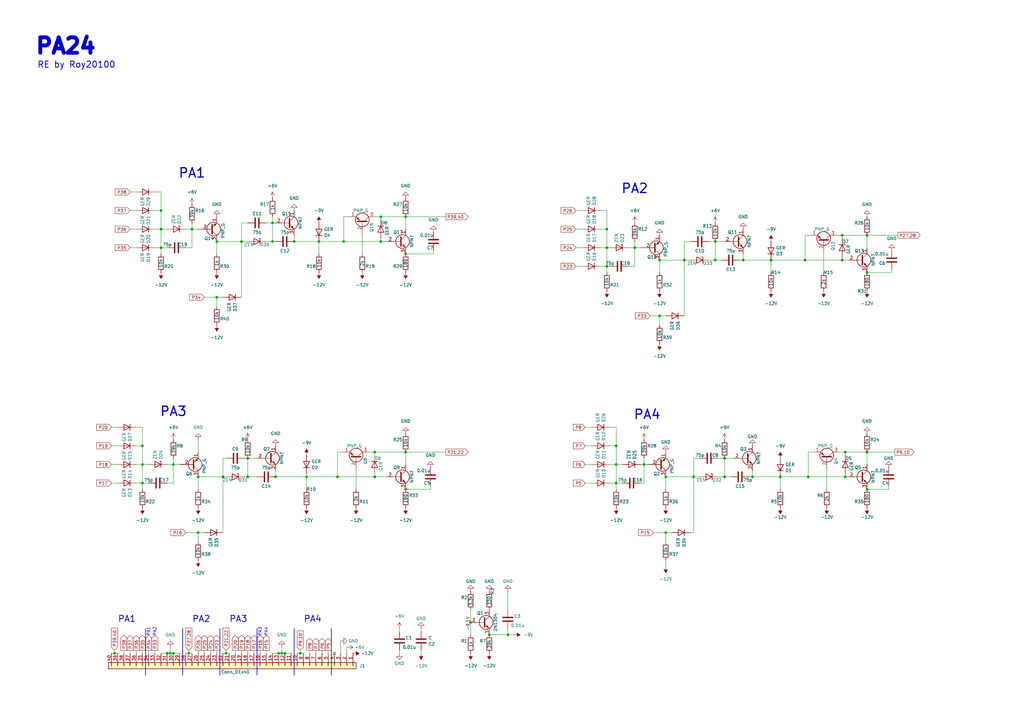
<source format=kicad_sch>
(kicad_sch (version 20250114) (generator "eeschema") (generator_version "9.0")
  (paper "A3")
  (text "PA4" (at 128.27 254 0) (effects (font (size 2.54 2.54) (thickness 0.3175))))
  (text "PA3" (at 71.12 168.91 0) (effects (font (size 3.81 3.81) (thickness 0.508) (bold yes))))
  (text "PA1" (at 60.96 259.08 90) (effects (font (size 1.27 1.27))))
  (text "PA2" (at 260.35 77.47 0) (effects (font (size 3.81 3.81) (thickness 0.508) (bold yes))))
  (text "PA4" (at 265.43 170.18 0) (effects (font (size 3.81 3.81) (thickness 0.508) (bold yes))))
  (text "PA1" (at 78.74 71.12 0) (effects (font (size 3.81 3.81) (thickness 0.508) (bold yes))))
  (text "PA2" (at 82.55 254 0) (effects (font (size 2.54 2.54) (thickness 0.3175))))
  (text "PA3" (at 106.68 259.08 90) (effects (font (size 1.27 1.27))))
  (text "PA24" (at 13.97 19.05 0) (effects (font (size 6.35 6.35) (thickness 2.54) (bold yes)) (justify left)))
  (text "PA2" (at 63.5 259.08 90) (effects (font (size 1.27 1.27))))
  (text "RE by Roy20100" (at 15.24 26.67 0) (effects (font (size 2.54 2.54) (thickness 0.3175)) (justify left)))
  (text "PA1" (at 52.07 254 0) (effects (font (size 2.54 2.54) (thickness 0.3175))))
  (text "PA4" (at 109.22 259.08 90) (effects (font (size 1.27 1.27))))
  (text "PA3" (at 97.79 254 0) (effects (font (size 2.54 2.54) (thickness 0.3175))))
  (junction (at 248.92 109.22))
  (junction (at 248.92 93.98))
  (junction (at 166.37 104.14))
  (junction (at 58.42 190.5))
  (junction (at 153.67 185.42))
  (junction (at 252.73 190.5))
  (junction (at 140.97 99.06))
  (junction (at 264.16 190.5))
  (junction (at 208.28 260.35))
  (junction (at 101.6 187.96))
  (junction (at 331.47 195.58))
  (junction (at 68.58 267.97))
  (junction (at 316.23 106.68))
  (junction (at 297.18 195.58))
  (junction (at 166.37 88.9))
  (junction (at 270.51 106.68))
  (junction (at 81.28 195.58))
  (junction (at 284.48 195.58))
  (junction (at 252.73 198.12))
  (junction (at 166.37 200.66))
  (junction (at 78.74 93.98))
  (junction (at 71.12 190.5))
  (junction (at 115.57 267.97))
  (junction (at 120.65 99.06))
  (junction (at 308.61 195.58))
  (junction (at 293.37 106.68))
  (junction (at 138.43 195.58))
  (junction (at 69.85 267.97))
  (junction (at 123.19 267.97))
  (junction (at 130.81 99.06))
  (junction (at 153.67 195.58))
  (junction (at 66.04 86.36))
  (junction (at 156.21 99.06))
  (junction (at 58.42 182.88))
  (junction (at 116.84 267.97))
  (junction (at 125.73 195.58))
  (junction (at 166.37 185.42))
  (junction (at 293.37 99.06))
  (junction (at 330.2 106.68))
  (junction (at 66.04 93.98))
  (junction (at 270.51 129.54))
  (junction (at 193.04 255.27))
  (junction (at 99.06 99.06))
  (junction (at 71.12 267.97))
  (junction (at 92.71 267.97))
  (junction (at 88.9 121.92))
  (junction (at 304.8 106.68))
  (junction (at 111.76 91.44))
  (junction (at 297.18 187.96))
  (junction (at 111.76 99.06))
  (junction (at 346.71 185.42))
  (junction (at 345.44 96.52))
  (junction (at 113.03 195.58))
  (junction (at 101.6 195.58))
  (junction (at 355.6 111.76))
  (junction (at 273.05 218.44))
  (junction (at 77.47 267.97))
  (junction (at 156.21 88.9))
  (junction (at 252.73 182.88))
  (junction (at 260.35 101.6))
  (junction (at 81.28 218.44))
  (junction (at 114.3 267.97))
  (junction (at 346.71 195.58))
  (junction (at 88.9 99.06))
  (junction (at 200.66 260.35))
  (junction (at 355.6 96.52))
  (junction (at 248.92 101.6))
  (junction (at 46.99 267.97))
  (junction (at 66.04 101.6))
  (junction (at 355.6 185.42))
  (junction (at 91.44 195.58))
  (junction (at 273.05 195.58))
  (junction (at 280.67 106.68))
  (junction (at 345.44 106.68))
  (junction (at 58.42 198.12))
  (junction (at 320.04 195.58))
  (junction (at 355.6 200.66))
  (no_connect (at 137.16 267.97))
  (wire (pts (xy 344.17 185.42) (xy 346.71 185.42)))
  (wire (pts (xy 264.16 187.96) (xy 264.16 190.5)))
  (wire (pts (xy 58.42 200.66) (xy 58.42 198.12)))
  (wire (pts (xy 280.67 106.68) (xy 280.67 129.54)))
  (wire (pts (xy 236.22 101.6) (xy 238.76 101.6)))
  (wire (pts (xy 240.03 198.12) (xy 242.57 198.12)))
  (wire (pts (xy 304.8 106.68) (xy 316.23 106.68)))
  (wire (pts (xy 273.05 195.58) (xy 284.48 195.58)))
  (wire (pts (xy 60.96 266.7) (xy 60.96 267.97)))
  (wire (pts (xy 66.04 104.14) (xy 66.04 101.6)))
  (wire (pts (xy 240.03 175.26) (xy 242.57 175.26)))
  (wire (pts (xy 172.72 267.97) (xy 172.72 266.7)))
  (wire (pts (xy 273.05 229.87) (xy 273.05 232.41)))
  (wire (pts (xy 331.47 195.58) (xy 346.71 195.58)))
  (wire (pts (xy 121.92 267.97) (xy 123.19 267.97)))
  (wire (pts (xy 125.73 194.31) (xy 125.73 195.58)))
  (wire (pts (xy 53.34 93.98) (xy 55.88 93.98)))
  (wire (pts (xy 115.57 265.43) (xy 115.57 267.97)))
  (wire (pts (xy 293.37 99.06) (xy 297.18 99.06)))
  (wire (pts (xy 163.83 259.08) (xy 163.83 257.81)))
  (wire (pts (xy 78.74 91.44) (xy 78.74 93.98)))
  (wire (pts (xy 63.5 266.7) (xy 63.5 267.97)))
  (wire (pts (xy 264.16 198.12) (xy 264.16 190.5)))
  (wire (pts (xy 68.58 198.12) (xy 71.12 198.12)))
  (wire (pts (xy 364.49 200.66) (xy 355.6 200.66)))
  (wire (pts (xy 66.04 101.6) (xy 68.58 101.6)))
  (wire (pts (xy 250.19 175.26) (xy 252.73 175.26)))
  (wire (pts (xy 293.37 106.68) (xy 293.37 99.06)))
  (wire (pts (xy 308.61 195.58) (xy 307.34 195.58)))
  (wire (pts (xy 114.3 267.97) (xy 115.57 267.97)))
  (wire (pts (xy 63.5 78.74) (xy 66.04 78.74)))
  (polyline (pts (xy 120.65 257.81) (xy 120.65 276.86)) (stroke (width 0.254)))
  (wire (pts (xy 68.58 267.97) (xy 69.85 267.97)))
  (wire (pts (xy 246.38 86.36) (xy 248.92 86.36)))
  (wire (pts (xy 111.76 88.9) (xy 111.76 91.44)))
  (wire (pts (xy 130.81 99.06) (xy 130.81 104.14)))
  (wire (pts (xy 142.24 265.43) (xy 142.24 267.97)))
  (wire (pts (xy 96.52 266.7) (xy 96.52 267.97)))
  (wire (pts (xy 66.04 267.97) (xy 68.58 267.97)))
  (wire (pts (xy 125.73 195.58) (xy 125.73 200.66)))
  (wire (pts (xy 284.48 195.58) (xy 284.48 218.44)))
  (wire (pts (xy 345.44 96.52) (xy 355.6 96.52)))
  (wire (pts (xy 111.76 91.44) (xy 111.76 99.06)))
  (wire (pts (xy 100.33 195.58) (xy 101.6 195.58)))
  (wire (pts (xy 264.16 190.5) (xy 265.43 190.5)))
  (wire (pts (xy 163.83 267.97) (xy 163.83 266.7)))
  (wire (pts (xy 246.38 93.98) (xy 248.92 93.98)))
  (wire (pts (xy 294.64 195.58) (xy 297.18 195.58)))
  (wire (pts (xy 166.37 88.9) (xy 182.88 88.9)))
  (wire (pts (xy 77.47 267.97) (xy 78.74 267.97)))
  (wire (pts (xy 236.22 109.22) (xy 238.76 109.22)))
  (wire (pts (xy 297.18 187.96) (xy 297.18 195.58)))
  (wire (pts (xy 304.8 104.14) (xy 304.8 106.68)))
  (wire (pts (xy 78.74 101.6) (xy 78.74 93.98)))
  (wire (pts (xy 71.12 267.97) (xy 73.66 267.97)))
  (wire (pts (xy 58.42 266.7) (xy 58.42 267.97)))
  (wire (pts (xy 280.67 106.68) (xy 283.21 106.68)))
  (wire (pts (xy 320.04 200.66) (xy 320.04 195.58)))
  (wire (pts (xy 53.34 86.36) (xy 55.88 86.36)))
  (wire (pts (xy 81.28 218.44) (xy 81.28 222.25)))
  (wire (pts (xy 78.74 93.98) (xy 81.28 93.98)))
  (wire (pts (xy 364.49 199.39) (xy 364.49 200.66)))
  (wire (pts (xy 55.88 182.88) (xy 58.42 182.88)))
  (wire (pts (xy 355.6 96.52) (xy 368.3 96.52)))
  (wire (pts (xy 270.51 129.54) (xy 273.05 129.54)))
  (wire (pts (xy 123.19 266.7) (xy 123.19 267.97)))
  (wire (pts (xy 177.8 102.87) (xy 177.8 104.14)))
  (wire (pts (xy 127 266.7) (xy 127 267.97)))
  (wire (pts (xy 290.83 99.06) (xy 293.37 99.06)))
  (wire (pts (xy 308.61 193.04) (xy 308.61 195.58)))
  (wire (pts (xy 91.44 195.58) (xy 91.44 218.44)))
  (wire (pts (xy 148.59 104.14) (xy 148.59 96.52)))
  (wire (pts (xy 55.88 198.12) (xy 58.42 198.12)))
  (wire (pts (xy 91.44 121.92) (xy 88.9 121.92)))
  (wire (pts (xy 138.43 185.42) (xy 140.97 185.42)))
  (wire (pts (xy 99.06 91.44) (xy 99.06 99.06)))
  (polyline (pts (xy 59.69 257.81) (xy 59.69 276.86)) (stroke (width 0.254)))
  (wire (pts (xy 156.21 99.06) (xy 158.75 99.06)))
  (wire (pts (xy 81.28 195.58) (xy 81.28 200.66)))
  (wire (pts (xy 208.28 242.57) (xy 208.28 250.19)))
  (wire (pts (xy 45.72 182.88) (xy 48.26 182.88)))
  (wire (pts (xy 346.71 185.42) (xy 355.6 185.42)))
  (wire (pts (xy 92.71 266.7) (xy 92.71 267.97)))
  (wire (pts (xy 81.28 180.34) (xy 81.28 185.42)))
  (wire (pts (xy 116.84 267.97) (xy 119.38 267.97)))
  (wire (pts (xy 156.21 88.9) (xy 166.37 88.9)))
  (wire (pts (xy 104.14 266.7) (xy 104.14 267.97)))
  (wire (pts (xy 166.37 185.42) (xy 182.88 185.42)))
  (wire (pts (xy 300.99 187.96) (xy 297.18 187.96)))
  (wire (pts (xy 283.21 99.06) (xy 280.67 99.06)))
  (wire (pts (xy 346.71 195.58) (xy 347.98 195.58)))
  (wire (pts (xy 193.04 250.19) (xy 193.04 255.27)))
  (wire (pts (xy 176.53 199.39) (xy 176.53 200.66)))
  (wire (pts (xy 101.6 195.58) (xy 101.6 187.96)))
  (wire (pts (xy 262.89 198.12) (xy 264.16 198.12)))
  (wire (pts (xy 273.05 218.44) (xy 275.59 218.44)))
  (wire (pts (xy 166.37 88.9) (xy 166.37 93.98)))
  (wire (pts (xy 45.72 190.5) (xy 48.26 190.5)))
  (wire (pts (xy 342.9 96.52) (xy 345.44 96.52)))
  (wire (pts (xy 140.97 88.9) (xy 140.97 99.06)))
  (wire (pts (xy 346.71 195.58) (xy 346.71 194.31)))
  (wire (pts (xy 45.72 175.26) (xy 48.26 175.26)))
  (wire (pts (xy 266.7 129.54) (xy 270.51 129.54)))
  (wire (pts (xy 280.67 99.06) (xy 280.67 106.68)))
  (wire (pts (xy 236.22 93.98) (xy 238.76 93.98)))
  (wire (pts (xy 330.2 96.52) (xy 330.2 106.68)))
  (wire (pts (xy 262.89 190.5) (xy 264.16 190.5)))
  (wire (pts (xy 63.5 93.98) (xy 66.04 93.98)))
  (wire (pts (xy 166.37 200.66) (xy 176.53 200.66)))
  (wire (pts (xy 345.44 106.68) (xy 347.98 106.68)))
  (wire (pts (xy 260.35 99.06) (xy 260.35 101.6)))
  (wire (pts (xy 78.74 93.98) (xy 76.2 93.98)))
  (wire (pts (xy 248.92 101.6) (xy 248.92 109.22)))
  (wire (pts (xy 273.05 222.25) (xy 273.05 218.44)))
  (wire (pts (xy 88.9 99.06) (xy 99.06 99.06)))
  (wire (pts (xy 143.51 88.9) (xy 140.97 88.9)))
  (wire (pts (xy 66.04 93.98) (xy 66.04 101.6)))
  (wire (pts (xy 50.8 266.7) (xy 50.8 267.97)))
  (wire (pts (xy 153.67 88.9) (xy 156.21 88.9)))
  (wire (pts (xy 91.44 267.97) (xy 92.71 267.97)))
  (wire (pts (xy 58.42 198.12) (xy 60.96 198.12)))
  (wire (pts (xy 106.68 266.7) (xy 106.68 267.97)))
  (wire (pts (xy 330.2 106.68) (xy 345.44 106.68)))
  (wire (pts (xy 297.18 187.96) (xy 294.64 187.96)))
  (wire (pts (xy 111.76 267.97) (xy 114.3 267.97)))
  (wire (pts (xy 250.19 190.5) (xy 252.73 190.5)))
  (wire (pts (xy 111.76 91.44) (xy 113.03 91.44)))
  (wire (pts (xy 100.33 187.96) (xy 101.6 187.96)))
  (wire (pts (xy 58.42 190.5) (xy 58.42 198.12)))
  (wire (pts (xy 120.65 96.52) (xy 120.65 99.06)))
  (wire (pts (xy 287.02 187.96) (xy 284.48 187.96)))
  (wire (pts (xy 303.53 106.68) (xy 304.8 106.68)))
  (wire (pts (xy 320.04 195.58) (xy 331.47 195.58)))
  (wire (pts (xy 66.04 86.36) (xy 66.04 93.98)))
  (wire (pts (xy 92.71 195.58) (xy 91.44 195.58)))
  (wire (pts (xy 81.28 266.7) (xy 81.28 267.97)))
  (wire (pts (xy 88.9 99.06) (xy 88.9 104.14)))
  (wire (pts (xy 248.92 111.76) (xy 248.92 109.22)))
  (wire (pts (xy 55.88 266.7) (xy 55.88 267.97)))
  (wire (pts (xy 53.34 266.7) (xy 53.34 267.97)))
  (wire (pts (xy 76.2 267.97) (xy 77.47 267.97)))
  (wire (pts (xy 200.66 260.35) (xy 208.28 260.35)))
  (wire (pts (xy 66.04 93.98) (xy 68.58 93.98)))
  (wire (pts (xy 99.06 91.44) (xy 101.6 91.44)))
  (wire (pts (xy 267.97 218.44) (xy 273.05 218.44)))
  (wire (pts (xy 111.76 99.06) (xy 113.03 99.06)))
  (wire (pts (xy 83.82 121.92) (xy 88.9 121.92)))
  (wire (pts (xy 99.06 266.7) (xy 99.06 267.97)))
  (wire (pts (xy 53.34 101.6) (xy 55.88 101.6)))
  (wire (pts (xy 151.13 185.42) (xy 153.67 185.42)))
  (wire (pts (xy 177.8 104.14) (xy 166.37 104.14)))
  (wire (pts (xy 236.22 86.36) (xy 238.76 86.36)))
  (wire (pts (xy 365.76 110.49) (xy 365.76 111.76)))
  (wire (pts (xy 208.28 257.81) (xy 208.28 260.35)))
  (wire (pts (xy 77.47 266.7) (xy 77.47 267.97)))
  (wire (pts (xy 109.22 99.06) (xy 111.76 99.06)))
  (wire (pts (xy 129.54 266.7) (xy 129.54 267.97)))
  (wire (pts (xy 345.44 96.52) (xy 345.44 97.79)))
  (wire (pts (xy 45.72 267.97) (xy 46.99 267.97)))
  (wire (pts (xy 246.38 109.22) (xy 248.92 109.22)))
  (wire (pts (xy 69.85 265.43) (xy 69.85 267.97)))
  (wire (pts (xy 316.23 111.76) (xy 316.23 106.68)))
  (wire (pts (xy 252.73 198.12) (xy 255.27 198.12)))
  (wire (pts (xy 63.5 101.6) (xy 66.04 101.6)))
  (wire (pts (xy 101.6 187.96) (xy 105.41 187.96)))
  (wire (pts (xy 345.44 106.68) (xy 345.44 105.41)))
  (wire (pts (xy 120.65 99.06) (xy 130.81 99.06)))
  (wire (pts (xy 248.92 101.6) (xy 250.19 101.6)))
  (wire (pts (xy 88.9 266.7) (xy 88.9 267.97)))
  (wire (pts (xy 71.12 190.5) (xy 68.58 190.5)))
  (wire (pts (xy 252.73 175.26) (xy 252.73 182.88)))
  (wire (pts (xy 60.96 190.5) (xy 58.42 190.5)))
  (wire (pts (xy 337.82 111.76) (xy 337.82 104.14)))
  (wire (pts (xy 252.73 190.5) (xy 255.27 190.5)))
  (wire (pts (xy 45.72 198.12) (xy 48.26 198.12)))
  (wire (pts (xy 66.04 78.74) (xy 66.04 86.36)))
  (wire (pts (xy 99.06 99.06) (xy 99.06 121.92)))
  (polyline (pts (xy 105.41 257.81) (xy 105.41 276.86)) (stroke (width 0.254)))
  (wire (pts (xy 92.71 267.97) (xy 93.98 267.97)))
  (wire (pts (xy 73.66 190.5) (xy 71.12 190.5)))
  (wire (pts (xy 270.51 129.54) (xy 270.51 133.35)))
  (wire (pts (xy 138.43 185.42) (xy 138.43 195.58)))
  (wire (pts (xy 69.85 267.97) (xy 71.12 267.97)))
  (wire (pts (xy 83.82 266.7) (xy 83.82 267.97)))
  (wire (pts (xy 139.7 262.89) (xy 139.7 267.97)))
  (wire (pts (xy 132.08 266.7) (xy 132.08 267.97)))
  (wire (pts (xy 166.37 185.42) (xy 166.37 190.5)))
  (polyline (pts (xy 90.17 257.81) (xy 90.17 276.86)) (stroke (width 0.254)))
  (wire (pts (xy 334.01 185.42) (xy 331.47 185.42)))
  (wire (pts (xy 156.21 97.79) (xy 156.21 99.06)))
  (wire (pts (xy 248.92 93.98) (xy 248.92 101.6)))
  (wire (pts (xy 248.92 86.36) (xy 248.92 93.98)))
  (wire (pts (xy 250.19 198.12) (xy 252.73 198.12)))
  (wire (pts (xy 113.03 193.04) (xy 113.03 195.58)))
  (wire (pts (xy 76.2 101.6) (xy 78.74 101.6)))
  (wire (pts (xy 134.62 266.7) (xy 134.62 267.97)))
  (wire (pts (xy 316.23 106.68) (xy 330.2 106.68)))
  (wire (pts (xy 71.12 198.12) (xy 71.12 190.5)))
  (wire (pts (xy 355.6 190.5) (xy 355.6 185.42)))
  (wire (pts (xy 91.44 187.96) (xy 92.71 187.96)))
  (wire (pts (xy 284.48 218.44) (xy 283.21 218.44)))
  (polyline (pts (xy 135.89 257.81) (xy 135.89 276.86)) (stroke (width 0.254)))
  (wire (pts (xy 86.36 266.7) (xy 86.36 267.97)))
  (wire (pts (xy 130.81 99.06) (xy 140.97 99.06)))
  (wire (pts (xy 166.37 185.42) (xy 153.67 185.42)))
  (wire (pts (xy 109.22 266.7) (xy 109.22 267.97)))
  (wire (pts (xy 308.61 195.58) (xy 320.04 195.58)))
  (wire (pts (xy 290.83 106.68) (xy 293.37 106.68)))
  (wire (pts (xy 193.04 260.35) (xy 193.04 255.27)))
  (wire (pts (xy 83.82 218.44) (xy 81.28 218.44)))
  (wire (pts (xy 46.99 266.7) (xy 46.99 267.97)))
  (wire (pts (xy 208.28 260.35) (xy 210.82 260.35)))
  (wire (pts (xy 240.03 190.5) (xy 242.57 190.5)))
  (wire (pts (xy 331.47 185.42) (xy 331.47 195.58)))
  (wire (pts (xy 257.81 101.6) (xy 260.35 101.6)))
  (wire (pts (xy 260.35 101.6) (xy 262.89 101.6)))
  (wire (pts (xy 113.03 195.58) (xy 125.73 195.58)))
  (wire (pts (xy 63.5 86.36) (xy 66.04 86.36)))
  (wire (pts (xy 332.74 96.52) (xy 330.2 96.52)))
  (wire (pts (xy 257.81 109.22) (xy 260.35 109.22)))
  (wire (pts (xy 252.73 182.88) (xy 252.73 190.5)))
  (polyline (pts (xy 74.93 257.81) (xy 74.93 276.86)) (stroke (width 0.254)))
  (wire (pts (xy 240.03 182.88) (xy 242.57 182.88)))
  (wire (pts (xy 58.42 175.26) (xy 58.42 182.88)))
  (wire (pts (xy 46.99 267.97) (xy 48.26 267.97)))
  (wire (pts (xy 270.51 106.68) (xy 270.51 111.76)))
  (wire (pts (xy 140.97 99.06) (xy 156.21 99.06)))
  (wire (pts (xy 252.73 198.12) (xy 252.73 200.66)))
  (wire (pts (xy 81.28 195.58) (xy 91.44 195.58)))
  (wire (pts (xy 270.51 106.68) (xy 280.67 106.68)))
  (wire (pts (xy 284.48 187.96) (xy 284.48 195.58)))
  (wire (pts (xy 355.6 185.42) (xy 367.03 185.42)))
  (wire (pts (xy 172.72 259.08) (xy 172.72 257.81)))
  (wire (pts (xy 125.73 195.58) (xy 138.43 195.58)))
  (wire (pts (xy 55.88 175.26) (xy 58.42 175.26)))
  (wire (pts (xy 153.67 185.42) (xy 153.67 186.69)))
  (wire (pts (xy 53.34 78.74) (xy 55.88 78.74)))
  (wire (pts (xy 101.6 266.7) (xy 101.6 267.97)))
  (wire (pts (xy 156.21 88.9) (xy 156.21 90.17)))
  (wire (pts (xy 252.73 190.5) (xy 252.73 198.12)))
  (wire (pts (xy 99.06 99.06) (xy 101.6 99.06)))
  (wire (pts (xy 248.92 109.22) (xy 250.19 109.22)))
  (wire (pts (xy 365.76 111.76) (xy 355.6 111.76)))
  (wire (pts (xy 299.72 195.58) (xy 297.18 195.58)))
  (wire (pts (xy 153.67 195.58) (xy 158.75 195.58)))
  (wire (pts (xy 339.09 193.04) (xy 339.09 200.66)))
  (wire (pts (xy 153.67 194.31) (xy 153.67 195.58)))
  (wire (pts (xy 88.9 121.92) (xy 88.9 125.73)))
  (wire (pts (xy 346.71 186.69) (xy 346.71 185.42)))
  (wire (pts (xy 58.42 182.88) (xy 58.42 190.5)))
  (wire (pts (xy 123.19 267.97) (xy 124.46 267.97)))
  (wire (pts (xy 355.6 96.52) (xy 355.6 101.6)))
  (wire (pts (xy 146.05 193.04) (xy 146.05 200.66)))
  (wire (pts (xy 115.57 267.97) (xy 116.84 267.97)))
  (wire (pts (xy 111.76 91.44) (xy 109.22 91.44)))
  (wire (pts (xy 260.35 109.22) (xy 260.35 101.6)))
  (wire (pts (xy 71.12 187.96) (xy 71.12 190.5)))
  (wire (pts (xy 76.2 218.44) (xy 81.28 218.44)))
  (wire (pts (xy 91.44 187.96) (xy 91.44 195.58)))
  (wire (pts (xy 101.6 195.58) (xy 105.41 195.58)))
  (wire (pts (xy 284.48 195.58) (xy 287.02 195.58)))
  (wire (pts (xy 246.38 101.6) (xy 248.92 101.6)))
  (wire (pts (xy 293.37 106.68) (xy 295.91 106.68)))
  (wire (pts (xy 273.05 195.58) (xy 273.05 200.66)))
  (wire (pts (xy 55.88 190.5) (xy 58.42 190.5)))
  (wire (pts (xy 250.19 182.88) (xy 252.73 182.88)))
  (wire (pts (xy 138.43 195.58) (xy 153.67 195.58)))
  (label "-9.1V" (at 193.04 252.73 270))
  (global_label "P39,40" (shape input) (at 46.99 266.7 90) (property "Intersheetrefs" "${INTERSHEET_REFS}" (effects (hide yes))))
  (global_label "P33" (shape output) (at 63.5 266.7 90) (property "Intersheetrefs" "${INTERSHEET_REFS}" (effects (hide yes))))
  (global_label "P25" (shape input) (at 236.22 93.98 180) (property "Intersheetrefs" "${INTERSHEET_REFS}" (effects (hide yes))))
  (global_label "P16" (shape input) (at 76.2 218.44 180) (property "Intersheetrefs" "${INTERSHEET_REFS}" (effects (hide yes))))
  (global_label "P34" (shape output) (at 60.96 266.7 90) (property "Intersheetrefs" "${INTERSHEET_REFS}" (effects (hide yes))))
  (global_label "P7" (shape output) (at 129.54 266.7 90) (property "Intersheetrefs" "${INTERSHEET_REFS}" (effects (hide yes))))
  (global_label "P6" (shape output) (at 132.08 266.7 90) (property "Intersheetrefs" "${INTERSHEET_REFS}" (effects (hide yes))))
  (global_label "P21,22" (shape input) (at 92.71 266.7 90) (property "Intersheetrefs" "${INTERSHEET_REFS}" (effects (hide yes))))
  (global_label "P5" (shape input) (at 240.03 198.12 180) (property "Intersheetrefs" "${INTERSHEET_REFS}" (effects (hide yes))))
  (global_label "P35" (shape input) (at 53.34 101.6 180) (property "Intersheetrefs" "${INTERSHEET_REFS}" (effects (hide yes))))
  (global_label "P17" (shape input) (at 45.72 198.12 180) (property "Intersheetrefs" "${INTERSHEET_REFS}" (effects (hide yes))))
  (global_label "P26" (shape input) (at 236.22 86.36 180) (property "Intersheetrefs" "${INTERSHEET_REFS}" (effects (hide yes))))
  (global_label "P23" (shape output) (at 88.9 266.7 90) (property "Intersheetrefs" "${INTERSHEET_REFS}" (effects (hide yes))))
  (global_label "P27,28" (shape output) (at 368.3 96.52 0) (property "Intersheetrefs" "${INTERSHEET_REFS}" (effects (hide yes))))
  (global_label "P7" (shape input) (at 240.03 182.88 180) (property "Intersheetrefs" "${INTERSHEET_REFS}" (effects (hide yes))))
  (global_label "P15" (shape input) (at 267.97 218.44 180) (property "Intersheetrefs" "${INTERSHEET_REFS}" (effects (hide yes))))
  (global_label "P39,40" (shape output) (at 182.88 88.9 0) (property "Intersheetrefs" "${INTERSHEET_REFS}" (effects (hide yes))))
  (global_label "P24" (shape input) (at 236.22 101.6 180) (property "Intersheetrefs" "${INTERSHEET_REFS}" (effects (hide yes))))
  (global_label "P5" (shape output) (at 134.62 266.7 90) (property "Intersheetrefs" "${INTERSHEET_REFS}" (effects (hide yes))))
  (global_label "P16" (shape output) (at 106.68 266.7 90) (property "Intersheetrefs" "${INTERSHEET_REFS}" (effects (hide yes))))
  (global_label "P37" (shape output) (at 53.34 266.7 90) (property "Intersheetrefs" "${INTERSHEET_REFS}" (effects (hide yes))))
  (global_label "P26" (shape output) (at 81.28 266.7 90) (property "Intersheetrefs" "${INTERSHEET_REFS}" (effects (hide yes))))
  (global_label "P6" (shape input) (at 240.03 190.5 180) (property "Intersheetrefs" "${INTERSHEET_REFS}" (effects (hide yes))))
  (global_label "P25" (shape output) (at 83.82 266.7 90) (property "Intersheetrefs" "${INTERSHEET_REFS}" (effects (hide yes))))
  (global_label "P18" (shape output) (at 101.6 266.7 90) (property "Intersheetrefs" "${INTERSHEET_REFS}" (effects (hide yes))))
  (global_label "P27,28" (shape input) (at 77.47 266.7 90) (property "Intersheetrefs" "${INTERSHEET_REFS}" (effects (hide yes))))
  (global_label "P17" (shape output) (at 104.14 266.7 90) (property "Intersheetrefs" "${INTERSHEET_REFS}" (effects (hide yes))))
  (global_label "P8" (shape output) (at 127 266.7 90) (property "Intersheetrefs" "${INTERSHEET_REFS}" (effects (hide yes))))
  (global_label "P8" (shape input) (at 240.03 175.26 180) (property "Intersheetrefs" "${INTERSHEET_REFS}" (effects (hide yes))))
  (global_label "P36" (shape output) (at 55.88 266.7 90) (property "Intersheetrefs" "${INTERSHEET_REFS}" (effects (hide yes))))
  (global_label "P33" (shape input) (at 266.7 129.54 180) (property "Intersheetrefs" "${INTERSHEET_REFS}" (effects (hide yes))))
  (global_label "P19" (shape output) (at 99.06 266.7 90) (property "Intersheetrefs" "${INTERSHEET_REFS}" (effects (hide yes))))
  (global_label "P19" (shape input) (at 45.72 182.88 180) (property "Intersheetrefs" "${INTERSHEET_REFS}" (effects (hide yes))))
  (global_label "P38" (shape input) (at 53.34 78.74 180) (property "Intersheetrefs" "${INTERSHEET_REFS}" (effects (hide yes))))
  (global_label "P21,22" (shape output) (at 182.88 185.42 0) (property "Intersheetrefs" "${INTERSHEET_REFS}" (effects (hide yes))))
  (global_label "P20" (shape output) (at 96.52 266.7 90) (property "Intersheetrefs" "${INTERSHEET_REFS}" (effects (hide yes))))
  (global_label "P23" (shape input) (at 236.22 109.22 180) (property "Intersheetrefs" "${INTERSHEET_REFS}" (effects (hide yes))))
  (global_label "P35" (shape output) (at 58.42 266.7 90) (property "Intersheetrefs" "${INTERSHEET_REFS}" (effects (hide yes))))
  (global_label "P9,10" (shape output) (at 367.03 185.42 0) (property "Intersheetrefs" "${INTERSHEET_REFS}" (effects (hide yes))))
  (global_label "P24" (shape output) (at 86.36 266.7 90) (property "Intersheetrefs" "${INTERSHEET_REFS}" (effects (hide yes))))
  (global_label "P34" (shape input) (at 83.82 121.92 180) (property "Intersheetrefs" "${INTERSHEET_REFS}" (effects (hide yes))))
  (global_label "P36" (shape input) (at 53.34 93.98 180) (property "Intersheetrefs" "${INTERSHEET_REFS}" (effects (hide yes))))
  (global_label "P18" (shape input) (at 45.72 190.5 180) (property "Intersheetrefs" "${INTERSHEET_REFS}" (effects (hide yes))))
  (global_label "P15" (shape output) (at 109.22 266.7 90) (property "Intersheetrefs" "${INTERSHEET_REFS}" (effects (hide yes))))
  (global_label "P20" (shape input) (at 45.72 175.26 180) (property "Intersheetrefs" "${INTERSHEET_REFS}" (effects (hide yes))))
  (global_label "P38" (shape output) (at 50.8 266.7 90) (property "Intersheetrefs" "${INTERSHEET_REFS}" (effects (hide yes))))
  (global_label "P37" (shape input) (at 53.34 86.36 180) (property "Intersheetrefs" "${INTERSHEET_REFS}" (effects (hide yes))))
  (global_label "P9,10" (shape input) (at 123.19 266.7 90) (property "Intersheetrefs" "${INTERSHEET_REFS}" (effects (hide yes))))
  (symbol (lib_id "power:-12V") (at 88.9 133.35 0) (mirror x) (unit 1)
    (property "Reference" "#PWR088" (effects (hide yes)))
    (property "Value" "-12V" (at 88.9 138.43 0))
    (property "Description" "Power symbol creates a global label with name \"-12V\"" (effects (hide yes)))
  )
  (symbol (lib_id "Device:R") (at 81.28 226.06 180) (unit 1)
    (property "Reference" "R38" (at 82.55 227.33 0) (effects (justify right)))
    (property "Value" "10k" (at 81.28 226.06 90))
    (property "Footprint" "Logi620:R_Axial_DIN0207_L6.3mm_D2.5mm_P12.70mm_Horizontal" (effects (hide yes)))
    (property "Description" "Resistor" (effects (hide yes)))
  )
  (symbol (lib_id "Device:C") (at 176.53 195.58 0) (unit 1)
    (property "Reference" "C5" (at 176.53 198.12 0) (effects (justify right)))
    (property "Value" "0.01u" (at 176.53 193.04 0) (effects (justify right)))
    (property "Footprint" "Capacitor_THT:C_Axial_L5.1mm_D3.1mm_P15.00mm_Horizontal" (effects (hide yes)))
    (property "Description" "Unpolarized capacitor" (effects (hide yes)))
  )
  (symbol (lib_id "Device:D_Zener") (at 287.02 106.68 0) (mirror y) (unit 1)
    (property "Reference" "D33" (at 288.29 107.95 0) (effects (justify right)))
    (property "Value" "ZEN" (at 285.75 107.95 0) (effects (justify left)))
    (property "Footprint" "Diode_THT:D_DO-35_SOD27_P12.70mm_Horizontal" (effects (hide yes)))
    (property "Description" "Zener diode" (effects (hide yes)))
  )
  (symbol (lib_id "power:-12V") (at 193.04 267.97 180) (unit 1)
    (property "Reference" "#PWR040" (effects (hide yes)))
    (property "Value" "-12V" (at 193.04 273.05 0))
    (property "Description" "Power symbol creates a global label with name \"-12V\"" (effects (hide yes)))
  )
  (symbol (lib_id "Transistor_BJT:Q_NPN_CBE") (at 110.49 187.96 0) (unit 1)
    (property "Reference" "Q7" (at 107.95 184.15 0) (effects (justify left)))
    (property "Value" "NPN?" (at 115.57 190.5 90) (effects (justify left)))
    (property "Footprint" "Package_TO_SOT_THT:TO-5-3" (effects (hide yes)))
    (property "Description" "NPN transistor, collector/base/emitter" (effects (hide yes)))
  )
  (symbol (lib_id "power:-12V") (at 270.51 140.97 0) (mirror x) (unit 1)
    (property "Reference" "#PWR089" (effects (hide yes)))
    (property "Value" "-12V" (at 270.51 146.05 0))
    (property "Description" "Power symbol creates a global label with name \"-12V\"" (effects (hide yes)))
  )
  (symbol (lib_id "power:-12V") (at 320.04 208.28 0) (mirror x) (unit 1)
    (property "Reference" "#PWR043" (effects (hide yes)))
    (property "Value" "-12V" (at 320.04 212.09 0))
    (property "Description" "Power symbol creates a global label with name \"-12V\"" (effects (hide yes)))
  )
  (symbol (lib_id "Diode:1N4148") (at 59.69 78.74 180) (unit 1)
    (property "Reference" "D29" (at 60.9022 80.772 90) (effects (justify left)))
    (property "Value" "GER" (at 58.4779 80.772 90) (effects (justify left)))
    (property "Footprint" "Diode_THT:D_DO-34_SOD68_P12.70mm_Horizontal" (effects (hide yes)))
    (property "Datasheet" "https://assets.nexperia.com/documents/data-sheet/1N4148_1N4448.pdf" (effects (hide yes)))
    (property "Description" "100V 0.15A standard switching diode, DO-35" (effects (hide yes)))
    (property "Sim.Device" "D" (effects (hide yes)))
    (property "Sim.Pins" "1=K 2=A" (effects (hide yes)))
  )
  (symbol (lib_id "power:+6V") (at 293.37 91.44 0) (unit 1)
    (property "Reference" "#PWR011" (effects (hide yes)))
    (property "Value" "+6V" (at 293.37 86.36 0))
    (property "Description" "Power symbol creates a global label with name \"+6V\"" (effects (hide yes)))
  )
  (symbol (lib_id "power:+6V") (at 71.12 180.34 0) (mirror y) (unit 1)
    (property "Reference" "#PWR08" (effects (hide yes)))
    (property "Value" "+6V" (at 71.12 175.26 0))
    (property "Description" "Power symbol creates a global label with name \"+6V\"" (effects (hide yes)))
  )
  (symbol (lib_id "power:GND") (at 308.61 182.88 0) (mirror x) (unit 1)
    (property "Reference" "#PWR077" (effects (hide yes)))
    (property "Value" "GND" (at 308.61 179.07 0))
    (property "Description" "Power symbol creates a global label with name \"GND\" , ground" (effects (hide yes)))
  )
  (symbol (lib_id "power:-12V") (at 339.09 208.28 0) (mirror x) (unit 1)
    (property "Reference" "#PWR078" (effects (hide yes)))
    (property "Value" "-12V" (at 339.09 212.09 0))
    (property "Description" "Power symbol creates a global label with name \"-12V\"" (effects (hide yes)))
  )
  (symbol (lib_id "Diode:1N4148") (at 52.07 175.26 180) (unit 1)
    (property "Reference" "D27" (at 53.2822 177.292 90) (effects (justify left)))
    (property "Value" "GER" (at 50.8579 177.292 90) (effects (justify left)))
    (property "Footprint" "Diode_THT:D_DO-34_SOD68_P12.70mm_Horizontal" (effects (hide yes)))
    (property "Datasheet" "https://assets.nexperia.com/documents/data-sheet/1N4148_1N4448.pdf" (effects (hide yes)))
    (property "Description" "100V 0.15A standard switching diode, DO-35" (effects (hide yes)))
    (property "Sim.Device" "D" (effects (hide yes)))
    (property "Sim.Pins" "1=K 2=A" (effects (hide yes)))
  )
  (symbol (lib_id "power:GND") (at 88.9 88.9 0) (mirror x) (unit 1)
    (property "Reference" "#PWR085" (effects (hide yes)))
    (property "Value" "GND" (at 88.9 83.82 0))
    (property "Description" "Power symbol creates a global label with name \"GND\" , ground" (effects (hide yes)))
  )
  (symbol (lib_id "Diode:1N4148") (at 52.07 198.12 180) (unit 1)
    (property "Reference" "D13" (at 53.2822 200.152 90) (effects (justify left)))
    (property "Value" "GER" (at 50.8579 200.152 90) (effects (justify left)))
    (property "Footprint" "Diode_THT:D_DO-34_SOD68_P12.70mm_Horizontal" (effects (hide yes)))
    (property "Datasheet" "https://assets.nexperia.com/documents/data-sheet/1N4148_1N4448.pdf" (effects (hide yes)))
    (property "Description" "100V 0.15A standard switching diode, DO-35" (effects (hide yes)))
    (property "Sim.Device" "D" (effects (hide yes)))
    (property "Sim.Pins" "1=K 2=A" (effects (hide yes)))
  )
  (symbol (lib_id "power:-12V") (at 130.81 111.76 0) (mirror x) (unit 1)
    (property "Reference" "#PWR048" (effects (hide yes)))
    (property "Value" "-12V" (at 130.81 116.84 0))
    (property "Description" "Power symbol creates a global label with name \"-12V\"" (effects (hide yes)))
  )
  (symbol (lib_id "Diode:1N4148") (at 153.67 190.5 270) (unit 1)
    (property "Reference" "D6" (at 153.67 187.96 90) (effects (justify left)))
    (property "Value" "GER" (at 156.21 189.23 0) (effects (justify left)))
    (property "Footprint" "Diode_THT:D_DO-34_SOD68_P12.70mm_Horizontal" (effects (hide yes)))
    (property "Datasheet" "https://assets.nexperia.com/documents/data-sheet/1N4148_1N4448.pdf" (effects (hide yes)))
    (property "Description" "100V 0.15A standard switching diode, DO-35" (effects (hide yes)))
    (property "Sim.Device" "D" (effects (hide yes)))
    (property "Sim.Pins" "1=K 2=A" (effects (hide yes)))
  )
  (symbol (lib_id "power:-12V") (at 88.9 111.76 0) (mirror x) (unit 1)
    (property "Reference" "#PWR075" (effects (hide yes)))
    (property "Value" "-12V" (at 88.9 116.84 0))
    (property "Description" "Power symbol creates a global label with name \"-12V\"" (effects (hide yes)))
  )
  (symbol (lib_id "Device:R") (at 88.9 107.95 180) (unit 1)
    (property "Reference" "R30" (at 90.17 109.22 0) (effects (justify right)))
    (property "Value" "1k" (at 88.9 107.95 90))
    (property "Footprint" "Resistor_THT:R_Axial_DIN0309_L9.0mm_D3.2mm_P15.24mm_Horizontal" (effects (hide yes)))
    (property "Description" "Resistor" (effects (hide yes)))
  )
  (symbol (lib_id "Device:R") (at 166.37 181.61 0) (unit 1)
    (property "Reference" "R25" (at 165.1 180.34 0) (effects (justify right)))
    (property "Value" "10k" (at 166.37 181.61 90))
    (property "Footprint" "Resistor_THT:R_Axial_DIN0309_L9.0mm_D3.2mm_P15.24mm_Horizontal" (effects (hide yes)))
    (property "Description" "Resistor" (effects (hide yes)))
  )
  (symbol (lib_id "Diode:1N4148") (at 156.21 93.98 270) (unit 1)
    (property "Reference" "D8" (at 156.21 91.44 90) (effects (justify left)))
    (property "Value" "GER" (at 158.75 92.71 0) (effects (justify left)))
    (property "Footprint" "Diode_THT:D_DO-34_SOD68_P12.70mm_Horizontal" (effects (hide yes)))
    (property "Datasheet" "https://assets.nexperia.com/documents/data-sheet/1N4148_1N4448.pdf" (effects (hide yes)))
    (property "Description" "100V 0.15A standard switching diode, DO-35" (effects (hide yes)))
    (property "Sim.Device" "D" (effects (hide yes)))
    (property "Sim.Pins" "1=K 2=A" (effects (hide yes)))
  )
  (symbol (lib_id "power:-12V") (at 144.78 267.97 270) (unit 1)
    (property "Reference" "#PWR039" (effects (hide yes)))
    (property "Value" "-12V" (at 147.955 267.97 90) (effects (justify left)))
    (property "Description" "Power symbol creates a global label with name \"-12V\"" (effects (hide yes)))
  )
  (symbol (lib_id "Diode:1N4148") (at 346.71 190.5 90) (mirror x) (unit 1)
    (property "Reference" "D5" (at 346.71 187.96 90) (effects (justify right)))
    (property "Value" "GER" (at 349.25 189.23 0) (effects (justify left)))
    (property "Footprint" "Diode_THT:D_DO-34_SOD68_P12.70mm_Horizontal" (effects (hide yes)))
    (property "Datasheet" "https://assets.nexperia.com/documents/data-sheet/1N4148_1N4448.pdf" (effects (hide yes)))
    (property "Description" "100V 0.15A standard switching diode, DO-35" (effects (hide yes)))
    (property "Sim.Device" "D" (effects (hide yes)))
    (property "Sim.Pins" "1=K 2=A" (effects (hide yes)))
  )
  (symbol (lib_id "power:GND") (at 304.8 93.98 0) (mirror x) (unit 1)
    (property "Reference" "#PWR083" (effects (hide yes)))
    (property "Value" "GND" (at 304.8 88.9 0))
    (property "Description" "Power symbol creates a global label with name \"GND\" , ground" (effects (hide yes)))
  )
  (symbol (lib_id "power:GND") (at 273.05 185.42 0) (mirror x) (unit 1)
    (property "Reference" "#PWR076" (effects (hide yes)))
    (property "Value" "GND" (at 273.05 181.2869 0))
    (property "Description" "Power symbol creates a global label with name \"GND\" , ground" (effects (hide yes)))
  )
  (symbol (lib_id "power:-12V") (at 248.92 119.38 180) (unit 1)
    (property "Reference" "#PWR051" (effects (hide yes)))
    (property "Value" "-12V" (at 248.92 124.46 0))
    (property "Description" "Power symbol creates a global label with name \"-12V\"" (effects (hide yes)))
  )
  (symbol (lib_id "Diode:1N4148") (at 276.86 129.54 180) (unit 1)
    (property "Reference" "D36" (at 278.0722 131.572 90) (effects (justify left)))
    (property "Value" "GER" (at 275.6479 131.572 90) (effects (justify left)))
    (property "Footprint" "Diode_THT:D_DO-34_SOD68_P12.70mm_Horizontal" (effects (hide yes)))
    (property "Datasheet" "https://assets.nexperia.com/documents/data-sheet/1N4148_1N4448.pdf" (effects (hide yes)))
    (property "Description" "100V 0.15A standard switching diode, DO-35" (effects (hide yes)))
    (property "Sim.Device" "D" (effects (hide yes)))
    (property "Sim.Pins" "1=K 2=A" (effects (hide yes)))
  )
  (symbol (lib_id "Device:R") (at 273.05 204.47 180) (unit 1)
    (property "Reference" "R36" (at 274.32 205.74 0) (effects (justify right)))
    (property "Value" "1k" (at 273.05 204.47 90))
    (property "Footprint" "Resistor_THT:R_Axial_DIN0309_L9.0mm_D3.2mm_P15.24mm_Horizontal" (effects (hide yes)))
    (property "Description" "Resistor" (effects (hide yes)))
  )
  (symbol (lib_id "Diode:1N4148") (at 242.57 86.36 0) (mirror y) (unit 1)
    (property "Reference" "D28" (at 243.7822 84.328 90) (effects (justify left)))
    (property "Value" "GER" (at 241.3579 84.328 90) (effects (justify left)))
    (property "Footprint" "Diode_THT:D_DO-34_SOD68_P12.70mm_Horizontal" (effects (hide yes)))
    (property "Datasheet" "https://assets.nexperia.com/documents/data-sheet/1N4148_1N4448.pdf" (effects (hide yes)))
    (property "Description" "100V 0.15A standard switching diode, DO-35" (effects (hide yes)))
    (property "Sim.Device" "D" (effects (hide yes)))
    (property "Sim.Pins" "1=K 2=A" (effects (hide yes)))
  )
  (symbol (lib_id "Device:C") (at 109.22 195.58 90) (unit 1)
    (property "Reference" "C14" (at 109.22 199.39 90))
    (property "Value" "75p" (at 109.22 191.77 90))
    (property "Footprint" "Capacitor_THT:C_Rect_L7.0mm_W2.0mm_P5.00mm" (effects (hide yes)))
    (property "Description" "Unpolarized capacitor" (effects (hide yes)))
  )
  (symbol (lib_id "Diode:1N4148") (at 59.69 101.6 180) (unit 1)
    (property "Reference" "D19" (at 60.9022 103.632 90) (effects (justify left)))
    (property "Value" "GER" (at 58.4779 103.632 90) (effects (justify left)))
    (property "Footprint" "Diode_THT:D_DO-34_SOD68_P12.70mm_Horizontal" (effects (hide yes)))
    (property "Datasheet" "https://assets.nexperia.com/documents/data-sheet/1N4148_1N4448.pdf" (effects (hide yes)))
    (property "Description" "100V 0.15A standard switching diode, DO-35" (effects (hide yes)))
    (property "Sim.Device" "D" (effects (hide yes)))
    (property "Sim.Pins" "1=K 2=A" (effects (hide yes)))
  )
  (symbol (lib_id "Device:C") (at 116.84 99.06 90) (unit 1)
    (property "Reference" "C12" (at 116.84 102.87 90))
    (property "Value" "75p" (at 116.84 95.25 90))
    (property "Footprint" "Capacitor_THT:C_Rect_L7.0mm_W2.0mm_P5.00mm" (effects (hide yes)))
    (property "Description" "Unpolarized capacitor" (effects (hide yes)))
  )
  (symbol (lib_id "Diode:1N4148") (at 242.57 93.98 0) (mirror y) (unit 1)
    (property "Reference" "D18" (at 243.7822 91.948 90) (effects (justify left)))
    (property "Value" "GER" (at 241.3579 91.948 90) (effects (justify left)))
    (property "Footprint" "Diode_THT:D_DO-34_SOD68_P12.70mm_Horizontal" (effects (hide yes)))
    (property "Datasheet" "https://assets.nexperia.com/documents/data-sheet/1N4148_1N4448.pdf" (effects (hide yes)))
    (property "Description" "100V 0.15A standard switching diode, DO-35" (effects (hide yes)))
    (property "Sim.Device" "D" (effects (hide yes)))
    (property "Sim.Pins" "1=K 2=A" (effects (hide yes)))
  )
  (symbol (lib_id "Device:R") (at 355.6 204.47 0) (mirror x) (unit 1)
    (property "Reference" "R35" (at 354.33 205.74 0) (effects (justify right)))
    (property "Value" "180" (at 355.6 204.47 90))
    (property "Footprint" "Resistor_THT:R_Axial_DIN0309_L9.0mm_D3.2mm_P15.24mm_Horizontal" (effects (hide yes)))
    (property "Description" "Resistor" (effects (hide yes)))
  )
  (symbol (lib_id "Diode:1N4148") (at 59.69 93.98 180) (unit 1)
    (property "Reference" "D20" (at 60.9022 96.012 90) (effects (justify left)))
    (property "Value" "GER" (at 58.4779 96.012 90) (effects (justify left)))
    (property "Footprint" "Diode_THT:D_DO-34_SOD68_P12.70mm_Horizontal" (effects (hide yes)))
    (property "Datasheet" "https://assets.nexperia.com/documents/data-sheet/1N4148_1N4448.pdf" (effects (hide yes)))
    (property "Description" "100V 0.15A standard switching diode, DO-35" (effects (hide yes)))
    (property "Sim.Device" "D" (effects (hide yes)))
    (property "Sim.Pins" "1=K 2=A" (effects (hide yes)))
  )
  (symbol (lib_id "Device:C") (at 299.72 106.68 90) (unit 1)
    (property "Reference" "C13" (at 299.72 110.49 90))
    (property "Value" "75p" (at 299.72 102.87 90))
    (property "Footprint" "Capacitor_THT:C_Rect_L7.0mm_W2.0mm_P5.00mm" (effects (hide yes)))
    (property "Description" "Unpolarized capacitor" (effects (hide yes)))
  )
  (symbol (lib_id "power:GND") (at 364.49 191.77 0) (mirror x) (unit 1)
    (property "Reference" "#PWR060" (effects (hide yes)))
    (property "Value" "GND" (at 364.49 187.96 0))
    (property "Description" "Power symbol creates a global label with name \"GND\" , ground" (effects (hide yes)))
  )
  (symbol (lib_id "Device:C") (at 163.83 262.89 180) (unit 1)
    (property "Reference" "C1" (at 166.37 261.62 0) (effects (justify right)))
    (property "Value" "0.01u" (at 165.1 265.43 0) (effects (justify right)))
    (property "Footprint" "Capacitor_THT:C_Axial_L5.1mm_D3.1mm_P15.00mm_Horizontal" (effects (hide yes)))
    (property "Description" "Unpolarized capacitor" (effects (hide yes)))
  )
  (symbol (lib_id "Device:C") (at 72.39 101.6 270) (unit 1)
    (property "Reference" "C19" (at 74.93 100.33 90))
    (property "Value" "75p" (at 68.58 100.33 90))
    (property "Footprint" "Capacitor_THT:C_Rect_L7.0mm_W2.0mm_P5.00mm" (effects (hide yes)))
    (property "Description" "Unpolarized capacitor" (effects (hide yes)))
  )
  (symbol (lib_id "power:GND") (at 200.66 242.57 0) (mirror x) (unit 1)
    (property "Reference" "#PWR059" (effects (hide yes)))
    (property "Value" "GND" (at 200.66 238.4369 0))
    (property "Description" "Power symbol creates a global label with name \"GND\" , ground" (effects (hide yes)))
  )
  (symbol (lib_id "Device:R") (at 316.23 115.57 0) (mirror x) (unit 1)
    (property "Reference" "R14" (at 316.23 111.76 0) (effects (justify left)))
    (property "Value" "10k" (at 316.23 115.57 90))
    (property "Footprint" "Resistor_THT:R_Axial_DIN0309_L9.0mm_D3.2mm_P15.24mm_Horizontal" (effects (hide yes)))
    (property "Description" "Resistor" (effects (hide yes)))
  )
  (symbol (lib_id "Device:C") (at 365.76 106.68 0) (unit 1)
    (property "Reference" "C6" (at 363.22 107.95 0) (effects (justify right)))
    (property "Value" "0.01u" (at 364.49 104.14 0) (effects (justify right)))
    (property "Footprint" "Capacitor_THT:C_Axial_L5.1mm_D3.1mm_P15.00mm_Horizontal" (effects (hide yes)))
    (property "Description" "Unpolarized capacitor" (effects (hide yes)))
  )
  (symbol (lib_id "Device:D_Zener") (at 290.83 195.58 0) (mirror y) (unit 1)
    (property "Reference" "D32" (at 292.1 196.85 0) (effects (justify right)))
    (property "Value" "ZEN" (at 289.56 196.85 0) (effects (justify left)))
    (property "Footprint" "Diode_THT:D_DO-35_SOD27_P12.70mm_Horizontal" (effects (hide yes)))
    (property "Description" "Zener diode" (effects (hide yes)))
  )
  (symbol (lib_id "Device:R") (at 270.51 137.16 180) (unit 1)
    (property "Reference" "R39" (at 271.78 138.43 0) (effects (justify right)))
    (property "Value" "10k" (at 270.51 137.16 90))
    (property "Footprint" "Logi620:R_Axial_DIN0207_L6.3mm_D2.5mm_P12.70mm_Horizontal" (effects (hide yes)))
    (property "Description" "Resistor" (effects (hide yes)))
  )
  (symbol (lib_id "power:GND") (at 270.51 96.52 0) (mirror x) (unit 1)
    (property "Reference" "#PWR082" (effects (hide yes)))
    (property "Value" "GND" (at 270.51 91.44 0))
    (property "Description" "Power symbol creates a global label with name \"GND\" , ground" (effects (hide yes)))
  )
  (symbol (lib_id "Device:C") (at 364.49 195.58 0) (unit 1)
    (property "Reference" "C4" (at 364.49 198.12 0) (effects (justify right)))
    (property "Value" "0.01u" (at 364.49 193.04 0) (effects (justify right)))
    (property "Footprint" "Capacitor_THT:C_Axial_L5.1mm_D3.1mm_P15.00mm_Horizontal" (effects (hide yes)))
    (property "Description" "Unpolarized capacitor" (effects (hide yes)))
  )
  (symbol (lib_id "Device:C") (at 259.08 198.12 270) (unit 1)
    (property "Reference" "C16" (at 261.62 196.85 90))
    (property "Value" "75p" (at 255.27 196.85 90))
    (property "Footprint" "Capacitor_THT:C_Rect_L7.0mm_W2.0mm_P5.00mm" (effects (hide yes)))
    (property "Description" "Unpolarized capacitor" (effects (hide yes)))
  )
  (symbol (lib_id "Device:C") (at 96.52 187.96 270) (unit 1)
    (property "Reference" "C9" (at 96.52 184.15 90))
    (property "Value" "75p" (at 96.52 191.77 90))
    (property "Footprint" "Capacitor_THT:C_Rect_L7.0mm_W2.0mm_P5.00mm" (effects (hide yes)))
    (property "Description" "Unpolarized capacitor" (effects (hide yes)))
  )
  (symbol (lib_id "power:+6V") (at 142.24 265.43 270) (unit 1)
    (property "Reference" "#PWR01" (effects (hide yes)))
    (property "Value" "+6V" (at 145.415 265.43 90) (effects (justify left)))
    (property "Description" "Power symbol creates a global label with name \"+6V\"" (effects (hide yes)))
  )
  (symbol (lib_id "Device:C") (at 287.02 99.06 90) (unit 1)
    (property "Reference" "C10" (at 287.02 102.87 90))
    (property "Value" "75p" (at 287.02 95.25 90))
    (property "Footprint" "Capacitor_THT:C_Rect_L7.0mm_W2.0mm_P5.00mm" (effects (hide yes)))
    (property "Description" "Unpolarized capacitor" (effects (hide yes)))
  )
  (symbol (lib_id "Device:R") (at 320.04 204.47 0) (mirror x) (unit 1)
    (property "Reference" "R5" (at 318.77 205.74 0) (effects (justify right)))
    (property "Value" "10k" (at 320.04 204.47 90))
    (property "Footprint" "Resistor_THT:R_Axial_DIN0309_L9.0mm_D3.2mm_P15.24mm_Horizontal" (effects (hide yes)))
    (property "Description" "Resistor" (effects (hide yes)))
  )
  (symbol (lib_id "power:GND") (at 139.7 262.89 90) (unit 1)
    (property "Reference" "#PWR03" (effects (hide yes)))
    (property "Value" "GND" (at 142.875 262.89 90) (effects (justify right)))
    (property "Description" "Power symbol creates a global label with name \"GND\" , ground" (effects (hide yes)))
  )
  (symbol (lib_id "power:-12V") (at 355.6 208.28 180) (unit 1)
    (property "Reference" "#PWR071" (effects (hide yes)))
    (property "Value" "-12V" (at 355.6 212.09 0))
    (property "Description" "Power symbol creates a global label with name \"-12V\"" (effects (hide yes)))
  )
  (symbol (lib_id "Device:Q_PNP_EBC") (at 148.59 91.44 270) (mirror x) (unit 1)
    (property "Reference" "Q16" (at 152.4 95.25 0) (effects (justify left)))
    (property "Value" "PNP_G" (at 144.78 86.36 90) (effects (justify left)))
    (property "Footprint" "Package_TO_SOT_THT:TO-5-3" (effects (hide yes)))
    (property "Description" "PNP transistor, emitter/base/collector" (effects (hide yes)))
  )
  (symbol (lib_id "Transistor_BJT:Q_NPN_CBE") (at 306.07 187.96 0) (unit 1)
    (property "Reference" "Q3" (at 303.53 184.15 0) (effects (justify left)))
    (property "Value" "NPN?" (at 311.15 190.5 90) (effects (justify left)))
    (property "Footprint" "Package_TO_SOT_THT:TO-5-3" (effects (hide yes)))
    (property "Description" "NPN transistor, collector/base/emitter" (effects (hide yes)))
  )
  (symbol (lib_id "power:-12V") (at 172.72 267.97 0) (mirror x) (unit 1)
    (property "Reference" "#PWR056" (effects (hide yes)))
    (property "Value" "-12V" (at 172.72 273.05 0))
    (property "Description" "Power symbol creates a global label with name \"-12V\"" (effects (hide yes)))
  )
  (symbol (lib_id "power:+6V") (at 264.16 180.34 0) (mirror y) (unit 1)
    (property "Reference" "#PWR06" (effects (hide yes)))
    (property "Value" "+6V" (at 264.16 175.26 0))
    (property "Description" "Power symbol creates a global label with name \"+6V\"" (effects (hide yes)))
  )
  (symbol (lib_id "power:GND") (at 177.8 95.25 0) (mirror x) (unit 1)
    (property "Reference" "#PWR064" (effects (hide yes)))
    (property "Value" "GND" (at 177.8 90.17 0))
    (property "Description" "Power symbol creates a global label with name \"GND\" , ground" (effects (hide yes)))
  )
  (symbol (lib_id "Transistor_BJT:Q_NPN_CBE") (at 353.06 106.68 0) (unit 1)
    (property "Reference" "Q13" (at 350.52 102.87 0) (effects (justify left)))
    (property "Value" "NPN?" (at 358.14 109.22 90) (effects (justify left)))
    (property "Footprint" "Package_TO_SOT_THT:TO-5-3" (effects (hide yes)))
    (property "Description" "NPN transistor, collector/base/emitter" (effects (hide yes)))
  )
  (symbol (lib_id "power:GND") (at 355.6 177.8 180) (unit 1)
    (property "Reference" "#PWR061" (effects (hide yes)))
    (property "Value" "GND" (at 355.6 172.72 0))
    (property "Description" "Power symbol creates a global label with name \"GND\" , ground" (effects (hide yes)))
  )
  (symbol (lib_id "power:GND") (at 81.28 180.34 0) (mirror x) (unit 1)
    (property "Reference" "#PWR081" (effects (hide yes)))
    (property "Value" "GND" (at 81.28 175.26 0))
    (property "Description" "Power symbol creates a global label with name \"GND\" , ground" (effects (hide yes)))
  )
  (symbol (lib_id "power:-12V") (at 355.6 119.38 180) (unit 1)
    (property "Reference" "#PWR068" (effects (hide yes)))
    (property "Value" "-12V" (at 355.6 124.46 0))
    (property "Description" "Power symbol creates a global label with name \"-12V\"" (effects (hide yes)))
  )
  (symbol (lib_id "Connector_Generic:Conn_01x40") (at 96.52 273.05 270) (unit 1)
    (property "Reference" "J1" (at 148.59 273.05 90))
    (property "Value" "Conn_01x40" (at 96.52 275.59 90))
    (property "Footprint" "Logi620:ELCO 40" (effects (hide yes)))
    (property "Description" "Generic connector, single row, 01x40, script generated (kicad-library-utils/schlib/autogen/connector/)" (effects (hide yes)))
  )
  (symbol (lib_id "Device:C") (at 303.53 195.58 90) (unit 1)
    (property "Reference" "C15" (at 303.53 199.39 90))
    (property "Value" "75p" (at 304.8 196.85 90) (effects (justify right)))
    (property "Footprint" "Capacitor_THT:C_Rect_L7.0mm_W2.0mm_P5.00mm" (effects (hide yes)))
    (property "Description" "Unpolarized capacitor" (effects (hide yes)))
  )
  (symbol (lib_id "power:GND") (at 163.83 267.97 0) (mirror y) (unit 1)
    (property "Reference" "#PWR055" (effects (hide yes)))
    (property "Value" "GND" (at 163.83 272.1031 0))
    (property "Description" "Power symbol creates a global label with name \"GND\" , ground" (effects (hide yes)))
  )
  (symbol (lib_id "Device:R") (at 66.04 107.95 180) (unit 1)
    (property "Reference" "R20" (at 67.31 109.22 0) (effects (justify right)))
    (property "Value" "10k" (at 66.04 107.95 90))
    (property "Footprint" "Resistor_THT:R_Axial_DIN0309_L9.0mm_D3.2mm_P15.24mm_Horizontal" (effects (hide yes)))
    (property "Description" "Resistor" (effects (hide yes)))
  )
  (symbol (lib_id "Device:D_Zener") (at 64.77 190.5 0) (mirror y) (unit 1)
    (property "Reference" "D24" (at 65.9822 188.468 90) (effects (justify left)))
    (property "Value" "ZEN" (at 63.5579 188.468 90) (effects (justify left)))
    (property "Footprint" "Diode_THT:D_DO-35_SOD27_P12.70mm_Horizontal" (effects (hide yes)))
    (property "Description" "Zener diode" (effects (hide yes)))
  )
  (symbol (lib_id "power:-12V") (at 273.05 232.41 0) (mirror x) (unit 1)
    (property "Reference" "#PWR086" (effects (hide yes)))
    (property "Value" "-12V" (at 273.05 237.49 0))
    (property "Description" "Power symbol creates a global label with name \"-12V\"" (effects (hide yes)))
  )
  (symbol (lib_id "power:GND") (at 69.85 265.43 180) (unit 1)
    (property "Reference" "#PWR05" (effects (hide yes)))
    (property "Value" "GND" (at 69.85 260.35 0))
    (property "Description" "Power symbol creates a global label with name \"GND\" , ground" (effects (hide yes)))
  )
  (symbol (lib_id "power:GND") (at 166.37 177.8 0) (mirror x) (unit 1)
    (property "Reference" "#PWR063" (effects (hide yes)))
    (property "Value" "GND" (at 166.37 172.72 0))
    (property "Description" "Power symbol creates a global label with name \"GND\" , ground" (effects (hide yes)))
  )
  (symbol (lib_id "Device:C") (at 177.8 99.06 0) (unit 1)
    (property "Reference" "C7" (at 177.8 101.6 0) (effects (justify right)))
    (property "Value" "0.01u" (at 177.8 96.52 0) (effects (justify right)))
    (property "Footprint" "Capacitor_THT:C_Axial_L5.1mm_D3.1mm_P15.00mm_Horizontal" (effects (hide yes)))
    (property "Description" "Unpolarized capacitor" (effects (hide yes)))
  )
  (symbol (lib_id "Diode:1N4148") (at 345.44 101.6 270) (unit 1)
    (property "Reference" "D7" (at 345.44 99.06 90) (effects (justify left)))
    (property "Value" "GER" (at 347.98 100.33 0) (effects (justify left)))
    (property "Footprint" "Diode_THT:D_DO-34_SOD68_P12.70mm_Horizontal" (effects (hide yes)))
    (property "Datasheet" "https://assets.nexperia.com/documents/data-sheet/1N4148_1N4448.pdf" (effects (hide yes)))
    (property "Description" "100V 0.15A standard switching diode, DO-35" (effects (hide yes)))
    (property "Sim.Device" "D" (effects (hide yes)))
    (property "Sim.Pins" "1=K 2=A" (effects (hide yes)))
  )
  (symbol (lib_id "power:GND") (at 193.04 242.57 0) (mirror x) (unit 1)
    (property "Reference" "#PWR058" (effects (hide yes)))
    (property "Value" "GND" (at 193.04 238.4369 0))
    (property "Description" "Power symbol creates a global label with name \"GND\" , ground" (effects (hide yes)))
  )
  (symbol (lib_id "Device:C") (at 254 109.22 270) (unit 1)
    (property "Reference" "C18" (at 256.54 107.95 90))
    (property "Value" "75p" (at 250.19 107.95 90))
    (property "Footprint" "Capacitor_THT:C_Rect_L7.0mm_W2.0mm_P5.00mm" (effects (hide yes)))
    (property "Description" "Unpolarized capacitor" (effects (hide yes)))
  )
  (symbol (lib_id "Diode:1N4148") (at 125.73 190.5 270) (mirror x) (unit 1)
    (property "Reference" "D2" (at 127.762 191.7122 90) (effects (justify left)))
    (property "Value" "GER" (at 127.762 189.2879 90) (effects (justify left)))
    (property "Footprint" "Diode_THT:D_DO-34_SOD68_P12.70mm_Horizontal" (effects (hide yes)))
    (property "Datasheet" "https://assets.nexperia.com/documents/data-sheet/1N4148_1N4448.pdf" (effects (hide yes)))
    (property "Description" "100V 0.15A standard switching diode, DO-35" (effects (hide yes)))
    (property "Sim.Device" "D" (effects (hide yes)))
    (property "Sim.Pins" "1=K 2=A" (effects (hide yes)))
  )
  (symbol (lib_id "power:-9V") (at 125.73 186.69 0) (unit 1)
    (property "Reference" "#PWR019" (effects (hide yes)))
    (property "Value" "-9V" (at 125.73 181.61 0))
    (property "Description" "Power symbol creates a global label with name \"-9V\"" (effects (hide yes)))
  )
  (symbol (lib_id "Device:C") (at 172.72 262.89 0) (mirror y) (unit 1)
    (property "Reference" "C2" (at 175.641 264.1022 0) (effects (justify right)))
    (property "Value" "C" (at 175.641 261.6779 0) (effects (justify right)))
    (property "Footprint" "Capacitor_THT:C_Axial_L12.0mm_D6.5mm_P20.00mm_Horizontal" (effects (hide yes)))
    (property "Description" "Unpolarized capacitor" (effects (hide yes)))
  )
  (symbol (lib_id "Device:Q_PNP_EBC") (at 267.97 101.6 0) (mirror x) (unit 1)
    (property "Reference" "Q10" (at 265.43 105.41 0) (effects (justify left)))
    (property "Value" "PNP_G" (at 273.05 99.06 90) (effects (justify left)))
    (property "Footprint" "Package_TO_SOT_THT:TO-5-3" (effects (hide yes)))
    (property "Description" "PNP transistor, emitter/base/collector" (effects (hide yes)))
  )
  (symbol (lib_id "Device:D_Zener") (at 105.41 99.06 0) (mirror y) (unit 1)
    (property "Reference" "D30" (at 106.68 100.33 0) (effects (justify right)))
    (property "Value" "ZEN" (at 104.14 100.33 0) (effects (justify left)))
    (property "Footprint" "Diode_THT:D_DO-35_SOD27_P12.70mm_Horizontal" (effects (hide yes)))
    (property "Description" "Zener diode" (effects (hide yes)))
  )
  (symbol (lib_id "Device:Q_PNP_EBC") (at 86.36 93.98 0) (mirror x) (unit 1)
    (property "Reference" "Q14" (at 83.82 97.79 0) (effects (justify left)))
    (property "Value" "PNP_G" (at 91.44 91.44 90) (effects (justify left)))
    (property "Footprint" "Package_TO_SOT_THT:TO-5-3" (effects (hide yes)))
    (property "Description" "PNP transistor, emitter/base/collector" (effects (hide yes)))
  )
  (symbol (lib_id "Device:R") (at 339.09 204.47 0) (unit 1)
    (property "Reference" "R6" (at 337.82 203.2 0) (effects (justify right)))
    (property "Value" "2k" (at 339.09 204.47 90))
    (property "Footprint" "Resistor_THT:R_Axial_DIN0309_L9.0mm_D3.2mm_P15.24mm_Horizontal" (effects (hide yes)))
    (property "Description" "Resistor" (effects (hide yes)))
  )
  (symbol (lib_id "Device:D_Zener") (at 254 101.6 0) (mirror y) (unit 1)
    (property "Reference" "D23" (at 255.2122 99.568 90) (effects (justify left)))
    (property "Value" "ZEN" (at 252.7879 99.568 90) (effects (justify left)))
    (property "Footprint" "Diode_THT:D_DO-35_SOD27_P12.70mm_Horizontal" (effects (hide yes)))
    (property "Description" "Zener diode" (effects (hide yes)))
  )
  (symbol (lib_id "power:-12V") (at 337.82 119.38 180) (unit 1)
    (property "Reference" "#PWR047" (effects (hide yes)))
    (property "Value" "-12V" (at 337.82 124.46 0))
    (property "Description" "Power symbol creates a global label with name \"-12V\"" (effects (hide yes)))
  )
  (symbol (lib_id "Device:R") (at 337.82 115.57 180) (unit 1)
    (property "Reference" "R15" (at 337.82 111.76 0) (effects (justify right)))
    (property "Value" "2k" (at 337.82 115.57 90))
    (property "Footprint" "Resistor_THT:R_Axial_DIN0309_L9.0mm_D3.2mm_P15.24mm_Horizontal" (effects (hide yes)))
    (property "Description" "Resistor" (effects (hide yes)))
  )
  (symbol (lib_id "Device:R") (at 355.6 181.61 0) (mirror y) (unit 1)
    (property "Reference" "R24" (at 356.87 180.34 0) (effects (justify right)))
    (property "Value" "10k" (at 355.6 181.61 90))
    (property "Footprint" "Resistor_THT:R_Axial_DIN0309_L9.0mm_D3.2mm_P15.24mm_Horizontal" (effects (hide yes)))
    (property "Description" "Resistor" (effects (hide yes)))
  )
  (symbol (lib_id "power:-9V") (at 130.81 91.44 0) (unit 1)
    (property "Reference" "#PWR020" (effects (hide yes)))
    (property "Value" "-9V" (at 130.81 86.36 0))
    (property "Description" "Power symbol creates a global label with name \"-9V\"" (effects (hide yes)))
  )
  (symbol (lib_id "power:GND") (at 166.37 81.28 0) (mirror x) (unit 1)
    (property "Reference" "#PWR065" (effects (hide yes)))
    (property "Value" "GND" (at 166.37 76.2 0))
    (property "Description" "Power symbol creates a global label with name \"GND\" , ground" (effects (hide yes)))
  )
  (symbol (lib_id "power:-12V") (at 252.73 208.28 180) (unit 1)
    (property "Reference" "#PWR052" (effects (hide yes)))
    (property "Value" "-12V" (at 252.73 213.36 0))
    (property "Description" "Power symbol creates a global label with name \"-12V\"" (effects (hide yes)))
  )
  (symbol (lib_id "Diode:1N4148") (at 52.07 182.88 180) (unit 1)
    (property "Reference" "D15" (at 53.2822 184.912 90) (effects (justify left)))
    (property "Value" "GER" (at 50.8579 184.912 90) (effects (justify left)))
    (property "Footprint" "Diode_THT:D_DO-34_SOD68_P12.70mm_Horizontal" (effects (hide yes)))
    (property "Datasheet" "https://assets.nexperia.com/documents/data-sheet/1N4148_1N4448.pdf" (effects (hide yes)))
    (property "Description" "100V 0.15A standard switching diode, DO-35" (effects (hide yes)))
    (property "Sim.Device" "D" (effects (hide yes)))
    (property "Sim.Pins" "1=K 2=A" (effects (hide yes)))
  )
  (symbol (lib_id "power:-12V") (at 81.28 229.87 0) (mirror x) (unit 1)
    (property "Reference" "#PWR087" (effects (hide yes)))
    (property "Value" "-12V" (at 81.28 234.95 0))
    (property "Description" "Power symbol creates a global label with name \"-12V\"" (effects (hide yes)))
  )
  (symbol (lib_id "power:-12V") (at 166.37 208.28 180) (unit 1)
    (property "Reference" "#PWR072" (effects (hide yes)))
    (property "Value" "-12V" (at 166.37 213.36 0))
    (property "Description" "Power symbol creates a global label with name \"-12V\"" (effects (hide yes)))
  )
  (symbol (lib_id "Device:R") (at 148.59 107.95 180) (unit 1)
    (property "Reference" "R19" (at 149.86 109.22 0) (effects (justify right)))
    (property "Value" "2k" (at 148.59 107.95 90))
    (property "Footprint" "Resistor_THT:R_Axial_DIN0309_L9.0mm_D3.2mm_P15.24mm_Horizontal" (effects (hide yes)))
    (property "Description" "Resistor" (effects (hide yes)))
  )
  (symbol (lib_id "power:+6V") (at 297.18 180.34 0) (unit 1)
    (property "Reference" "#PWR02" (effects (hide yes)))
    (property "Value" "+6V" (at 297.18 175.26 0))
    (property "Description" "Power symbol creates a global label with name \"+6V\"" (effects (hide yes)))
  )
  (symbol (lib_id "Device:R") (at 101.6 184.15 0) (unit 1)
    (property "Reference" "R9" (at 101.6 180.34 0) (effects (justify right)))
    (property "Value" "10k" (at 101.6 184.15 90))
    (property "Footprint" "Resistor_THT:R_Axial_DIN0309_L9.0mm_D3.2mm_P15.24mm_Horizontal" (effects (hide yes)))
    (property "Description" "Resistor" (effects (hide yes)))
  )
  (symbol (lib_id "Device:R") (at 273.05 226.06 180) (unit 1)
    (property "Reference" "R37" (at 274.32 227.33 0) (effects (justify right)))
    (property "Value" "10k" (at 273.05 226.06 90))
    (property "Footprint" "Logi620:R_Axial_DIN0207_L6.3mm_D2.5mm_P12.70mm_Horizontal" (effects (hide yes)))
    (property "Description" "Resistor" (effects (hide yes)))
  )
  (symbol (lib_id "Device:R") (at 252.73 204.47 180) (unit 1)
    (property "Reference" "R23" (at 254 205.74 0) (effects (justify right)))
    (property "Value" "10k" (at 252.73 204.47 90))
    (property "Footprint" "Resistor_THT:R_Axial_DIN0309_L9.0mm_D3.2mm_P15.24mm_Horizontal" (effects (hide yes)))
    (property "Description" "Resistor" (effects (hide yes)))
  )
  (symbol (lib_id "power:-12V") (at 146.05 208.28 180) (unit 1)
    (property "Reference" "#PWR045" (effects (hide yes)))
    (property "Value" "-12V" (at 146.05 213.36 0))
    (property "Description" "Power symbol creates a global label with name \"-12V\"" (effects (hide yes)))
  )
  (symbol (lib_id "Device:C") (at 105.41 91.44 90) (mirror x) (unit 1)
    (property "Reference" "C11" (at 105.41 87.63 90))
    (property "Value" "75p" (at 105.41 95.25 90))
    (property "Footprint" "Capacitor_THT:C_Rect_L7.0mm_W2.0mm_P5.00mm" (effects (hide yes)))
    (property "Description" "Unpolarized capacitor" (effects (hide yes)))
  )
  (symbol (lib_id "Device:R") (at 111.76 85.09 0) (unit 1)
    (property "Reference" "R17" (at 110.49 83.82 0) (effects (justify right)))
    (property "Value" "1k" (at 111.76 85.09 90))
    (property "Footprint" "Resistor_THT:R_Axial_DIN0309_L9.0mm_D3.2mm_P15.24mm_Horizontal" (effects (hide yes)))
    (property "Description" "Resistor" (effects (hide yes)))
  )
  (symbol (lib_id "Device:C") (at 290.83 187.96 270) (unit 1)
    (property "Reference" "C8" (at 293.37 186.69 90))
    (property "Value" "75p" (at 287.02 186.69 90))
    (property "Footprint" "Capacitor_THT:C_Rect_L7.0mm_W2.0mm_P5.00mm" (effects (hide yes)))
    (property "Description" "Unpolarized capacitor" (effects (hide yes)))
  )
  (symbol (lib_id "Device:R") (at 260.35 95.25 0) (mirror y) (unit 1)
    (property "Reference" "R12" (at 261.62 93.98 0) (effects (justify right)))
    (property "Value" "39k" (at 260.35 95.25 90))
    (property "Footprint" "Resistor_THT:R_Axial_DIN0309_L9.0mm_D3.2mm_P15.24mm_Horizontal" (effects (hide yes)))
    (property "Description" "Resistor" (effects (hide yes)))
  )
  (symbol (lib_id "Diode:1N4148") (at 242.57 101.6 0) (mirror y) (unit 1)
    (property "Reference" "D17" (at 243.7822 99.568 90) (effects (justify left)))
    (property "Value" "GER" (at 241.3579 99.568 90) (effects (justify left)))
    (property "Footprint" "Diode_THT:D_DO-34_SOD68_P12.70mm_Horizontal" (effects (hide yes)))
    (property "Datasheet" "https://assets.nexperia.com/documents/data-sheet/1N4148_1N4448.pdf" (effects (hide yes)))
    (property "Description" "100V 0.15A standard switching diode, DO-35" (effects (hide yes)))
    (property "Sim.Device" "D" (effects (hide yes)))
    (property "Sim.Pins" "1=K 2=A" (effects (hide yes)))
  )
  (symbol (lib_id "Device:R") (at 166.37 85.09 0) (unit 1)
    (property "Reference" "R27" (at 165.1 83.82 0) (effects (justify right)))
    (property "Value" "10k" (at 166.37 85.09 90))
    (property "Footprint" "Resistor_THT:R_Axial_DIN0309_L9.0mm_D3.2mm_P15.24mm_Horizontal" (effects (hide yes)))
    (property "Description" "Resistor" (effects (hide yes)))
  )
  (symbol (lib_id "Diode:1N4148") (at 130.81 95.25 270) (mirror x) (unit 1)
    (property "Reference" "D4" (at 132.842 96.4622 90) (effects (justify left)))
    (property "Value" "GER" (at 132.842 94.0379 90) (effects (justify left)))
    (property "Footprint" "Diode_THT:D_DO-34_SOD68_P12.70mm_Horizontal" (effects (hide yes)))
    (property "Datasheet" "https://assets.nexperia.com/documents/data-sheet/1N4148_1N4448.pdf" (effects (hide yes)))
    (property "Description" "100V 0.15A standard switching diode, DO-35" (effects (hide yes)))
    (property "Sim.Device" "D" (effects (hide yes)))
    (property "Sim.Pins" "1=K 2=A" (effects (hide yes)))
  )
  (symbol (lib_id "Transistor_BJT:Q_NPN_CBE") (at 118.11 91.44 0) (unit 1)
    (property "Reference" "Q15" (at 115.57 87.63 0) (effects (justify left)))
    (property "Value" "NPN?" (at 123.19 93.98 90) (effects (justify left)))
    (property "Footprint" "Package_TO_SOT_THT:TO-5-3" (effects (hide yes)))
    (property "Description" "NPN transistor, collector/base/emitter" (effects (hide yes)))
  )
  (symbol (lib_id "Device:R") (at 200.66 264.16 0) (unit 1)
    (property "Reference" "R7" (at 199.39 262.89 0) (effects (justify right)))
    (property "Value" "39k" (at 200.66 264.16 90))
    (property "Footprint" "Resistor_THT:R_Axial_DIN0309_L9.0mm_D3.2mm_P15.24mm_Horizontal" (effects (hide yes)))
    (property "Description" "Resistor" (effects (hide yes)))
  )
  (symbol (lib_id "Device:Q_PNP_EBC") (at 146.05 187.96 270) (mirror x) (unit 1)
    (property "Reference" "Q8" (at 149.86 190.5 0) (effects (justify left)))
    (property "Value" "PNP_G" (at 142.24 182.88 90) (effects (justify left)))
    (property "Footprint" "Package_TO_SOT_THT:TO-5-3" (effects (hide yes)))
    (property "Description" "PNP transistor, emitter/base/collector" (effects (hide yes)))
  )
  (symbol (lib_id "power:GND") (at 355.6 88.9 0) (mirror x) (unit 1)
    (property "Reference" "#PWR067" (effects (hide yes)))
    (property "Value" "GND" (at 355.6 83.82 0))
    (property "Description" "Power symbol creates a global label with name \"GND\" , ground" (effects (hide yes)))
  )
  (symbol (lib_id "power:GND") (at 172.72 257.81 180) (unit 1)
    (property "Reference" "#PWR054" (effects (hide yes)))
    (property "Value" "GND" (at 172.72 253.6769 0))
    (property "Description" "Power symbol creates a global label with name \"GND\" , ground" (effects (hide yes)))
  )
  (symbol (lib_id "power:GND") (at 115.57 265.43 180) (unit 1)
    (property "Reference" "#PWR04" (effects (hide yes)))
    (property "Value" "GND" (at 115.57 260.35 0))
    (property "Description" "Power symbol creates a global label with name \"GND\" , ground" (effects (hide yes)))
  )
  (symbol (lib_id "power:GND") (at 208.28 242.57 0) (mirror x) (unit 1)
    (property "Reference" "#PWR079" (effects (hide yes)))
    (property "Value" "GND" (at 208.28 238.4369 0))
    (property "Description" "Power symbol creates a global label with name \"GND\" , ground" (effects (hide yes)))
  )
  (symbol (lib_id "Device:R") (at 264.16 184.15 0) (mirror y) (unit 1)
    (property "Reference" "R28" (at 265.43 182.88 0) (effects (justify right)))
    (property "Value" "39k" (at 264.16 184.15 90))
    (property "Footprint" "Resistor_THT:R_Axial_DIN0309_L9.0mm_D3.2mm_P15.24mm_Horizontal" (effects (hide yes)))
    (property "Description" "Resistor" (effects (hide yes)))
  )
  (symbol (lib_id "Transistor_BJT:Q_NPN_CBE") (at 302.26 99.06 0) (unit 1)
    (property "Reference" "Q11" (at 298.45 95.25 0) (effects (justify left)))
    (property "Value" "NPN?" (at 307.34 101.6 90) (effects (justify left)))
    (property "Footprint" "Package_TO_SOT_THT:TO-5-3" (effects (hide yes)))
    (property "Description" "NPN transistor, collector/base/emitter" (effects (hide yes)))
  )
  (symbol (lib_id "Device:D_Zener") (at 96.52 195.58 0) (mirror y) (unit 1)
    (property "Reference" "D31" (at 97.79 196.85 0) (effects (justify right)))
    (property "Value" "ZEN" (at 95.25 196.85 0) (effects (justify left)))
    (property "Footprint" "Diode_THT:D_DO-35_SOD27_P12.70mm_Horizontal" (effects (hide yes)))
    (property "Description" "Zener diode" (effects (hide yes)))
  )
  (symbol (lib_id "power:-12V") (at 125.73 208.28 0) (mirror x) (unit 1)
    (property "Reference" "#PWR044" (effects (hide yes)))
    (property "Value" "-12V" (at 125.73 213.36 0))
    (property "Description" "Power symbol creates a global label with name \"-12V\"" (effects (hide yes)))
  )
  (symbol (lib_id "Transistor_BJT:Q_NPN_CBE") (at 353.06 195.58 0) (unit 1)
    (property "Reference" "Q5" (at 350.52 191.77 0) (effects (justify left)))
    (property "Value" "NPN?" (at 358.14 198.12 90) (effects (justify left)))
    (property "Footprint" "Package_TO_SOT_THT:TO-5-3" (effects (hide yes)))
    (property "Description" "NPN transistor, collector/base/emitter" (effects (hide yes)))
  )
  (symbol (lib_id "power:-12V") (at 81.28 208.28 0) (mirror x) (unit 1)
    (property "Reference" "#PWR073" (effects (hide yes)))
    (property "Value" "-12V" (at 81.28 213.36 0))
    (property "Description" "Power symbol creates a global label with name \"-12V\"" (effects (hide yes)))
  )
  (symbol (lib_id "Device:R") (at 293.37 95.25 0) (unit 1)
    (property "Reference" "R13" (at 292.1 92.71 0) (effects (justify right)))
    (property "Value" "10k" (at 293.37 95.25 90))
    (property "Footprint" "Resistor_THT:R_Axial_DIN0309_L9.0mm_D3.2mm_P15.24mm_Horizontal" (effects (hide yes)))
    (property "Description" "Resistor" (effects (hide yes)))
  )
  (symbol (lib_id "power:-12V") (at 148.59 111.76 180) (unit 1)
    (property "Reference" "#PWR049" (effects (hide yes)))
    (property "Value" "-12V" (at 148.59 116.84 0))
    (property "Description" "Power symbol creates a global label with name \"-12V\"" (effects (hide yes)))
  )
  (symbol (lib_id "Device:Q_PNP_EBC") (at 339.09 187.96 270) (mirror x) (unit 1)
    (property "Reference" "Q4" (at 342.9 190.5 0) (effects (justify left)))
    (property "Value" "PNP_G" (at 335.28 182.88 90) (effects (justify left)))
    (property "Footprint" "Package_TO_SOT_THT:TO-5-3" (effects (hide yes)))
    (property "Description" "PNP transistor, emitter/base/collector" (effects (hide yes)))
  )
  (symbol (lib_id "Device:R") (at 78.74 87.63 0) (mirror y) (unit 1)
    (property "Reference" "R16" (at 80.01 86.36 0) (effects (justify right)))
    (property "Value" "39k" (at 78.74 87.63 90))
    (property "Footprint" "Resistor_THT:R_Axial_DIN0309_L9.0mm_D3.2mm_P15.24mm_Horizontal" (effects (hide yes)))
    (property "Description" "Resistor" (effects (hide yes)))
  )
  (symbol (lib_id "Device:C") (at 208.28 254 180) (unit 1)
    (property "Reference" "C3" (at 210.82 252.73 0) (effects (justify right)))
    (property "Value" "0.01u" (at 209.55 256.54 0) (effects (justify right)))
    (property "Footprint" "Capacitor_THT:C_Axial_L5.1mm_D3.1mm_P15.00mm_Horizontal" (effects (hide yes)))
    (property "Description" "Unpolarized capacitor" (effects (hide yes)))
  )
  (symbol (lib_id "Diode:1N4148") (at 52.07 190.5 180) (unit 1)
    (property "Reference" "D14" (at 53.2822 192.532 90) (effects (justify left)))
    (property "Value" "GER" (at 50.8579 192.532 90) (effects (justify left)))
    (property "Footprint" "Diode_THT:D_DO-34_SOD68_P12.70mm_Horizontal" (effects (hide yes)))
    (property "Datasheet" "https://assets.nexperia.com/documents/data-sheet/1N4148_1N4448.pdf" (effects (hide yes)))
    (property "Description" "100V 0.15A standard switching diode, DO-35" (effects (hide yes)))
    (property "Sim.Device" "D" (effects (hide yes)))
    (property "Sim.Pins" "1=K 2=A" (effects (hide yes)))
  )
  (symbol (lib_id "Transistor_BJT:Q_NPN_CBE") (at 163.83 195.58 0) (unit 1)
    (property "Reference" "Q9" (at 161.29 191.77 0) (effects (justify left)))
    (property "Value" "NPN?" (at 168.91 198.12 90) (effects (justify left)))
    (property "Footprint" "Package_TO_SOT_THT:TO-5-3" (effects (hide yes)))
    (property "Description" "NPN transistor, collector/base/emitter" (effects (hide yes)))
  )
  (symbol (lib_id "Device:R") (at 88.9 129.54 180) (unit 1)
    (property "Reference" "R40" (at 90.17 130.81 0) (effects (justify right)))
    (property "Value" "10k" (at 88.9 129.54 90))
    (property "Footprint" "Logi620:R_Axial_DIN0207_L6.3mm_D2.5mm_P12.70mm_Horizontal" (effects (hide yes)))
    (property "Description" "Resistor" (effects (hide yes)))
  )
  (symbol (lib_id "power:+6V") (at 101.6 180.34 0) (unit 1)
    (property "Reference" "#PWR09" (effects (hide yes)))
    (property "Value" "+6V" (at 101.6 175.26 0))
    (property "Description" "Power symbol creates a global label with name \"+6V\"" (effects (hide yes)))
  )
  (symbol (lib_id "power:-12V") (at 270.51 119.38 0) (mirror x) (unit 1)
    (property "Reference" "#PWR069" (effects (hide yes)))
    (property "Value" "-12V" (at 270.51 124.46 0))
    (property "Description" "Power symbol creates a global label with name \"-12V\"" (effects (hide yes)))
  )
  (symbol (lib_id "power:-12V") (at 200.66 267.97 180) (unit 1)
    (property "Reference" "#PWR041" (effects (hide yes)))
    (property "Value" "-12V" (at 200.66 273.05 0))
    (property "Description" "Power symbol creates a global label with name \"-12V\"" (effects (hide yes)))
  )
  (symbol (lib_id "power:+6V") (at 163.83 257.81 0) (unit 1)
    (property "Reference" "#PWR057" (effects (hide yes)))
    (property "Value" "+6V" (at 163.83 252.73 0))
    (property "Description" "Power symbol creates a global label with name \"+6V\"" (effects (hide yes)))
  )
  (symbol (lib_id "power:-9V") (at 210.82 260.35 270) (unit 1)
    (property "Reference" "#PWR018" (effects (hide yes)))
    (property "Value" "-9V" (at 214.63 260.3499 90) (effects (justify left)))
    (property "Description" "Power symbol creates a global label with name \"-9V\"" (effects (hide yes)))
  )
  (symbol (lib_id "Device:R") (at 146.05 204.47 180) (unit 1)
    (property "Reference" "R11" (at 147.32 205.74 0) (effects (justify right)))
    (property "Value" "2k" (at 146.05 204.47 90))
    (property "Footprint" "Resistor_THT:R_Axial_DIN0309_L9.0mm_D3.2mm_P15.24mm_Horizontal" (effects (hide yes)))
    (property "Description" "Resistor" (effects (hide yes)))
  )
  (symbol (lib_id "Device:R") (at 166.37 107.95 0) (mirror x) (unit 1)
    (property "Reference" "R29" (at 165.1 109.22 0) (effects (justify right)))
    (property "Value" "180" (at 166.37 107.95 90))
    (property "Footprint" "Resistor_THT:R_Axial_DIN0309_L9.0mm_D3.2mm_P15.24mm_Horizontal" (effects (hide yes)))
    (property "Description" "Resistor" (effects (hide yes)))
  )
  (symbol (lib_id "Device:R") (at 166.37 204.47 0) (mirror y) (unit 1)
    (property "Reference" "R33" (at 167.64 203.2 0) (effects (justify right)))
    (property "Value" "180" (at 166.37 204.47 90))
    (property "Footprint" "Resistor_THT:R_Axial_DIN0309_L9.0mm_D3.2mm_P15.24mm_Horizontal" (effects (hide yes)))
    (property "Description" "Resistor" (effects (hide yes)))
  )
  (symbol (lib_id "power:+6V") (at 260.35 91.44 0) (mirror y) (unit 1)
    (property "Reference" "#PWR010" (effects (hide yes)))
    (property "Value" "+6V" (at 260.35 86.36 0))
    (property "Description" "Power symbol creates a global label with name \"+6V\"" (effects (hide yes)))
  )
  (symbol (lib_id "Device:D_Zener") (at 72.39 93.98 0) (mirror y) (unit 1)
    (property "Reference" "D22" (at 73.6022 91.948 90) (effects (justify left)))
    (property "Value" "ZEN" (at 71.1779 91.948 90) (effects (justify left)))
    (property "Footprint" "Diode_THT:D_DO-35_SOD27_P12.70mm_Horizontal" (effects (hide yes)))
    (property "Description" "Zener diode" (effects (hide yes)))
  )
  (symbol (lib_id "Device:R") (at 193.04 264.16 0) (unit 1)
    (property "Reference" "R1" (at 191.77 262.89 0) (effects (justify right)))
    (property "Value" "1k" (at 193.04 264.16 90))
    (property "Footprint" "Resistor_THT:R_Axial_DIN0309_L9.0mm_D3.2mm_P15.24mm_Horizontal" (effects (hide yes)))
    (property "Description" "Resistor" (effects (hide yes)))
  )
  (symbol (lib_id "Device:R") (at 58.42 204.47 180) (unit 1)
    (property "Reference" "R22" (at 59.69 205.74 0) (effects (justify right)))
    (property "Value" "10k" (at 58.42 204.47 90))
    (property "Footprint" "Resistor_THT:R_Axial_DIN0309_L9.0mm_D3.2mm_P15.24mm_Horizontal" (effects (hide yes)))
    (property "Description" "Resistor" (effects (hide yes)))
  )
  (symbol (lib_id "power:-9V") (at 320.04 187.96 0) (unit 1)
    (property "Reference" "#PWR022" (effects (hide yes)))
    (property "Value" "-9V" (at 320.04 182.88 0))
    (property "Description" "Power symbol creates a global label with name \"-9V\"" (effects (hide yes)))
  )
  (symbol (lib_id "Diode:1N4148") (at 316.23 102.87 270) (mirror x) (unit 1)
    (property "Reference" "D3" (at 318.262 104.0822 90) (effects (justify left)))
    (property "Value" "GER" (at 318.262 101.6579 90) (effects (justify left)))
    (property "Footprint" "Diode_THT:D_DO-34_SOD68_P12.70mm_Horizontal" (effects (hide yes)))
    (property "Datasheet" "https://assets.nexperia.com/documents/data-sheet/1N4148_1N4448.pdf" (effects (hide yes)))
    (property "Description" "100V 0.15A standard switching diode, DO-35" (effects (hide yes)))
    (property "Sim.Device" "D" (effects (hide yes)))
    (property "Sim.Pins" "1=K 2=A" (effects (hide yes)))
  )
  (symbol (lib_id "power:+6V") (at 111.76 81.28 0) (unit 1)
    (property "Reference" "#PWR013" (effects (hide yes)))
    (property "Value" "+6V" (at 111.76 76.2 0))
    (property "Description" "Power symbol creates a global label with name \"+6V\"" (effects (hide yes)))
  )
  (symbol (lib_id "power:GND") (at 113.03 182.88 0) (mirror x) (unit 1)
    (property "Reference" "#PWR080" (effects (hide yes)))
    (property "Value" "GND" (at 113.03 177.8 0))
    (property "Description" "Power symbol creates a global label with name \"GND\" , ground" (effects (hide yes)))
  )
  (symbol (lib_id "Device:R") (at 125.73 204.47 0) (mirror x) (unit 1)
    (property "Reference" "R10" (at 125.73 200.66 0) (effects (justify left)))
    (property "Value" "10k" (at 125.73 204.47 90))
    (property "Footprint" "Resistor_THT:R_Axial_DIN0309_L9.0mm_D3.2mm_P15.24mm_Horizontal" (effects (hide yes)))
    (property "Description" "Resistor" (effects (hide yes)))
  )
  (symbol (lib_id "power:-12V") (at 273.05 208.28 0) (mirror x) (unit 1)
    (property "Reference" "#PWR070" (effects (hide yes)))
    (property "Value" "-12V" (at 273.05 213.36 0))
    (property "Description" "Power symbol creates a global label with name \"-12V\"" (effects (hide yes)))
  )
  (symbol (lib_id "Diode:1N4148") (at 320.04 191.77 270) (mirror x) (unit 1)
    (property "Reference" "D1" (at 322.072 192.9822 90) (effects (justify left)))
    (property "Value" "GER" (at 322.072 190.5579 90) (effects (justify left)))
    (property "Footprint" "Diode_THT:D_DO-34_SOD68_P12.70mm_Horizontal" (effects (hide yes)))
    (property "Datasheet" "https://assets.nexperia.com/documents/data-sheet/1N4148_1N4448.pdf" (effects (hide yes)))
    (property "Description" "100V 0.15A standard switching diode, DO-35" (effects (hide yes)))
    (property "Sim.Device" "D" (effects (hide yes)))
    (property "Sim.Pins" "1=K 2=A" (effects (hide yes)))
  )
  (symbol (lib_id "power:GND") (at 120.65 86.36 0) (mirror x) (unit 1)
    (property "Reference" "#PWR084" (effects (hide yes)))
    (property "Value" "GND" (at 120.65 81.28 0))
    (property "Description" "Power symbol creates a global label with name \"GND\" , ground" (effects (hide yes)))
  )
  (symbol (lib_id "power:GND") (at 365.76 102.87 0) (mirror x) (unit 1)
    (property "Reference" "#PWR066" (effects (hide yes)))
    (property "Value" "GND" (at 365.76 97.79 0))
    (property "Description" "Power symbol creates a global label with name \"GND\" , ground" (effects (hide yes)))
  )
  (symbol (lib_id "power:+6V") (at 78.74 83.82 0) (mirror y) (unit 1)
    (property "Reference" "#PWR012" (effects (hide yes)))
    (property "Value" "+6V" (at 78.74 78.74 0))
    (property "Description" "Power symbol creates a global label with name \"+6V\"" (effects (hide yes)))
  )
  (symbol (lib_id "power:-12V") (at 58.42 208.28 180) (unit 1)
    (property "Reference" "#PWR053" (effects (hide yes)))
    (property "Value" "-12V" (at 58.42 213.36 0))
    (property "Description" "Power symbol creates a global label with name \"-12V\"" (effects (hide yes)))
  )
  (symbol (lib_id "Device:R") (at 297.18 184.15 0) (unit 1)
    (property "Reference" "R4" (at 295.91 182.88 0) (effects (justify right)))
    (property "Value" "10k" (at 297.18 184.15 90))
    (property "Footprint" "Resistor_THT:R_Axial_DIN0309_L9.0mm_D3.2mm_P15.24mm_Horizontal" (effects (hide yes)))
    (property "Description" "Resistor" (effects (hide yes)))
  )
  (symbol (lib_id "Device:R") (at 248.92 115.57 180) (unit 1)
    (property "Reference" "R21" (at 250.19 116.84 0) (effects (justify right)))
    (property "Value" "10k" (at 248.92 115.57 90))
    (property "Footprint" "Resistor_THT:R_Axial_DIN0309_L9.0mm_D3.2mm_P15.24mm_Horizontal" (effects (hide yes)))
    (property "Description" "Resistor" (effects (hide yes)))
  )
  (symbol (lib_id "Device:C") (at 64.77 198.12 270) (unit 1)
    (property "Reference" "C17" (at 67.31 196.85 90))
    (property "Value" "75p" (at 60.96 196.85 90))
    (property "Footprint" "Capacitor_THT:C_Rect_L7.0mm_W2.0mm_P5.00mm" (effects (hide yes)))
    (property "Description" "Unpolarized capacitor" (effects (hide yes)))
  )
  (symbol (lib_id "Diode:1N4148") (at 246.38 198.12 0) (mirror y) (unit 1)
    (property "Reference" "D10" (at 247.5922 196.088 90) (effects (justify left)))
    (property "Value" "GER" (at 245.1679 196.088 90) (effects (justify left)))
    (property "Footprint" "Diode_THT:D_DO-34_SOD68_P12.70mm_Horizontal" (effects (hide yes)))
    (property "Datasheet" "https://assets.nexperia.com/documents/data-sheet/1N4148_1N4448.pdf" (effects (hide yes)))
    (property "Description" "100V 0.15A standard switching diode, DO-35" (effects (hide yes)))
    (property "Sim.Device" "D" (effects (hide yes)))
    (property "Sim.Pins" "1=K 2=A" (effects (hide yes)))
  )
  (symbol (lib_id "Device:Q_PNP_EBC") (at 78.74 190.5 0) (mirror x) (unit 1)
    (property "Reference" "Q6" (at 76.2 194.31 0) (effects (justify left)))
    (property "Value" "PNP_G" (at 83.82 187.96 90) (effects (justify left)))
    (property "Footprint" "Package_TO_SOT_THT:TO-5-3" (effects (hide yes)))
    (property "Description" "PNP transistor, emitter/base/collector" (effects (hide yes)))
  )
  (symbol (lib_id "power:GND") (at 176.53 191.77 0) (mirror x) (unit 1)
    (property "Reference" "#PWR062" (effects (hide yes)))
    (property "Value" "GND" (at 176.53 186.69 0))
    (property "Description" "Power symbol creates a global label with name \"GND\" , ground" (effects (hide yes)))
  )
  (symbol (lib_id "power:-12V") (at 166.37 111.76 180) (unit 1)
    (property "Reference" "#PWR074" (effects (hide yes)))
    (property "Value" "-12V" (at 166.37 116.84 0))
    (property "Description" "Power symbol creates a global label with name \"-12V\"" (effects (hide yes)))
  )
  (symbol (lib_id "Device:R") (at 270.51 115.57 180) (unit 1)
    (property "Reference" "R32" (at 271.78 116.84 0) (effects (justify right)))
    (property "Value" "1k" (at 270.51 115.57 90))
    (property "Footprint" "Resistor_THT:R_Axial_DIN0309_L9.0mm_D3.2mm_P15.24mm_Horizontal" (effects (hide yes)))
    (property "Description" "Resistor" (effects (hide yes)))
  )
  (symbol (lib_id "Device:R") (at 81.28 204.47 180) (unit 1)
    (property "Reference" "R34" (at 82.55 205.74 0) (effects (justify right)))
    (property "Value" "1k" (at 81.28 204.47 90))
    (property "Footprint" "Resistor_THT:R_Axial_DIN0309_L9.0mm_D3.2mm_P15.24mm_Horizontal" (effects (hide yes)))
    (property "Description" "Resistor" (effects (hide yes)))
  )
  (symbol (lib_id "Transistor_BJT:Q_NPN_EBC") (at 198.12 255.27 0) (unit 1)
    (property "Reference" "Q1" (at 195.58 251.46 0) (effects (justify left)))
    (property "Value" "2N1304" (at 203.2 259.08 90) (effects (justify left)))
    (property "Footprint" "Package_TO_SOT_THT:TO-5-3" (effects (hide yes)))
    (property "Description" "NPN transistor, emitter/base/collector" (effects (hide yes)))
  )
  (symbol (lib_id "Diode:1N4148") (at 59.69 86.36 180) (unit 1)
    (property "Reference" "D21" (at 60.9022 88.392 90) (effects (justify left)))
    (property "Value" "GER" (at 58.4779 88.392 90) (effects (justify left)))
    (property "Footprint" "Diode_THT:D_DO-34_SOD68_P12.70mm_Horizontal" (effects (hide yes)))
    (property "Datasheet" "https://assets.nexperia.com/documents/data-sheet/1N4148_1N4448.pdf" (effects (hide yes)))
    (property "Description" "100V 0.15A standard switching diode, DO-35" (effects (hide yes)))
    (property "Sim.Device" "D" (effects (hide yes)))
    (property "Sim.Pins" "1=K 2=A" (effects (hide yes)))
  )
  (symbol (lib_id "Transistor_BJT:Q_NPN_CBE") (at 163.83 99.06 0) (unit 1)
    (property "Reference" "Q17" (at 161.29 95.25 0) (effects (justify left)))
    (property "Value" "NPN?" (at 168.91 101.6 90) (effects (justify left)))
    (property "Footprint" "Package_TO_SOT_THT:TO-5-3" (effects (hide yes)))
    (property "Description" "NPN transistor, collector/base/emitter" (effects (hide yes)))
  )
  (symbol (lib_id "Diode:1N4148") (at 95.25 121.92 180) (unit 1)
    (property "Reference" "D37" (at 96.4622 123.952 90) (effects (justify left)))
    (property "Value" "GER" (at 94.0379 123.952 90) (effects (justify left)))
    (property "Footprint" "Diode_THT:D_DO-34_SOD68_P12.70mm_Horizontal" (effects (hide yes)))
    (property "Datasheet" "https://assets.nexperia.com/documents/data-sheet/1N4148_1N4448.pdf" (effects (hide yes)))
    (property "Description" "100V 0.15A standard switching diode, DO-35" (effects (hide yes)))
    (property "Sim.Device" "D" (effects (hide yes)))
    (property "Sim.Pins" "1=K 2=A" (effects (hide yes)))
  )
  (symbol (lib_id "Device:D_Zener") (at 259.08 190.5 0) (mirror y) (unit 1)
    (property "Reference" "D25" (at 260.2922 188.468 90) (effects (justify left)))
    (property "Value" "ZEN" (at 257.8679 188.468 90) (effects (justify left)))
    (property "Footprint" "Diode_THT:D_DO-35_SOD27_P12.70mm_Horizontal" (effects (hide yes)))
    (property "Description" "Zener diode" (effects (hide yes)))
  )
  (symbol (lib_id "Device:R") (at 130.81 107.95 0) (mirror x) (unit 1)
    (property "Reference" "R18" (at 129.54 109.22 0) (effects (justify right)))
    (property "Value" "10k" (at 130.81 107.95 90))
    (property "Footprint" "Resistor_THT:R_Axial_DIN0309_L9.0mm_D3.2mm_P15.24mm_Horizontal" (effects (hide yes)))
    (property "Description" "Resistor" (effects (hide yes)))
  )
  (symbol (lib_id "Diode:1N4148") (at 246.38 190.5 0) (mirror y) (unit 1)
    (property "Reference" "D11" (at 247.5922 188.468 90) (effects (justify left)))
    (property "Value" "GER" (at 245.1679 188.468 90) (effects (justify left)))
    (property "Footprint" "Diode_THT:D_DO-34_SOD68_P12.70mm_Horizontal" (effects (hide yes)))
    (property "Datasheet" "https://assets.nexperia.com/documents/data-sheet/1N4148_1N4448.pdf" (effects (hide yes)))
    (property "Description" "100V 0.15A standard switching diode, DO-35" (effects (hide yes)))
    (property "Sim.Device" "D" (effects (hide yes)))
    (property "Sim.Pins" "1=K 2=A" (effects (hide yes)))
  )
  (symbol (lib_id "Diode:1N4148") (at 242.57 109.22 0) (mirror y) (unit 1)
    (property "Reference" "D16" (at 243.7822 107.188 90) (effects (justify left)))
    (property "Value" "GER" (at 241.3579 107.188 90) (effects (justify left)))
    (property "Footprint" "Diode_THT:D_DO-34_SOD68_P12.70mm_Horizontal" (effects (hide yes)))
    (property "Datasheet" "https://assets.nexperia.com/documents/data-sheet/1N4148_1N4448.pdf" (effects (hide yes)))
    (property "Description" "100V 0.15A standard switching diode, DO-35" (effects (hide yes)))
    (property "Sim.Device" "D" (effects (hide yes)))
    (property "Sim.Pins" "1=K 2=A" (effects (hide yes)))
  )
  (symbol (lib_id "Diode:1N4148") (at 246.38 175.26 0) (mirror y) (unit 1)
    (property "Reference" "D26" (at 247.5922 173.228 90) (effects (justify left)))
    (property "Value" "GER" (at 245.1679 173.228 90) (effects (justify left)))
    (property "Footprint" "Diode_THT:D_DO-34_SOD68_P12.70mm_Horizontal" (effects (hide yes)))
    (property "Datasheet" "https://assets.nexperia.com/documents/data-sheet/1N4148_1N4448.pdf" (effects (hide yes)))
    (property "Description" "100V 0.15A standard switching diode, DO-35" (effects (hide yes)))
    (property "Sim.Device" "D" (effects (hide yes)))
    (property "Sim.Pins" "1=K 2=A" (effects (hide yes)))
  )
  (symbol (lib_id "Device:Q_PNP_EBC") (at 337.82 99.06 270) (mirror x) (unit 1)
    (property "Reference" "Q12" (at 341.63 102.87 0) (effects (justify left)))
    (property "Value" "PNP_G" (at 334.01 93.98 90) (effects (justify left)))
    (property "Footprint" "Package_TO_SOT_THT:TO-5-3" (effects (hide yes)))
    (property "Description" "PNP transistor, emitter/base/collector" (effects (hide yes)))
  )
  (symbol (lib_id "Diode:1N4148") (at 279.4 218.44 180) (unit 1)
    (property "Reference" "D34" (at 280.6122 220.472 90) (effects (justify left)))
    (property "Value" "GER" (at 278.1879 220.472 90) (effects (justify left)))
    (property "Footprint" "Diode_THT:D_DO-34_SOD68_P12.70mm_Horizontal" (effects (hide yes)))
    (property "Datasheet" "https://assets.nexperia.com/documents/data-sheet/1N4148_1N4448.pdf" (effects (hide yes)))
    (property "Description" "100V 0.15A standard switching diode, DO-35" (effects (hide yes)))
    (property "Sim.Device" "D" (effects (hide yes)))
    (property "Sim.Pins" "1=K 2=A" (effects (hide yes)))
  )
  (symbol (lib_id "Device:R") (at 355.6 115.57 0) (mirror x) (unit 1)
    (property "Reference" "R31" (at 355.6 119.38 0) (effects (justify right)))
    (property "Value" "180" (at 355.6 115.57 90))
    (property "Footprint" "Resistor_THT:R_Axial_DIN0309_L9.0mm_D3.2mm_P15.24mm_Horizontal" (effects (hide yes)))
    (property "Description" "Resistor" (effects (hide yes)))
  )
  (symbol (lib_id "Device:Q_PNP_EBC") (at 270.51 190.5 0) (mirror x) (unit 1)
    (property "Reference" "Q2" (at 267.97 194.31 0) (effects (justify left)))
    (property "Value" "PNP_G" (at 275.59 187.96 90) (effects (justify left)))
    (property "Footprint" "Package_TO_SOT_THT:TO-5-3" (effects (hide yes)))
    (property "Description" "PNP transistor, emitter/base/collector" (effects (hide yes)))
  )
  (symbol (lib_id "Diode:1N4148") (at 246.38 182.88 0) (mirror y) (unit 1)
    (property "Reference" "D12" (at 247.5922 180.848 90) (effects (justify left)))
    (property "Value" "GER" (at 245.1679 180.848 90) (effects (justify left)))
    (property "Footprint" "Diode_THT:D_DO-34_SOD68_P12.70mm_Horizontal" (effects (hide yes)))
    (property "Datasheet" "https://assets.nexperia.com/documents/data-sheet/1N4148_1N4448.pdf" (effects (hide yes)))
    (property "Description" "100V 0.15A standard switching diode, DO-35" (effects (hide yes)))
    (property "Sim.Device" "D" (effects (hide yes)))
    (property "Sim.Pins" "1=K 2=A" (effects (hide yes)))
  )
  (symbol (lib_id "power:-12V") (at 66.04 111.76 180) (unit 1)
    (property "Reference" "#PWR050" (effects (hide yes)))
    (property "Value" "-12V" (at 66.04 116.84 0))
    (property "Description" "Power symbol creates a global label with name \"-12V\"" (effects (hide yes)))
  )
  (symbol (lib_id "Device:R") (at 193.04 246.38 180) (unit 1)
    (property "Reference" "R2" (at 191.77 245.11 0) (effects (justify left)))
    (property "Value" "3.3k" (at 193.04 246.38 90))
    (property "Footprint" "Resistor_THT:R_Axial_DIN0309_L9.0mm_D3.2mm_P15.24mm_Horizontal" (effects (hide yes)))
    (property "Description" "Resistor" (effects (hide yes)))
  )
  (symbol (lib_id "Device:R") (at 71.12 184.15 0) (mirror y) (unit 1)
    (property "Reference" "R8" (at 72.39 182.88 0) (effects (justify right)))
    (property "Value" "39k" (at 71.12 184.15 90))
    (property "Footprint" "Resistor_THT:R_Axial_DIN0309_L9.0mm_D3.2mm_P15.24mm_Horizontal" (effects (hide yes)))
    (property "Description" "Resistor" (effects (hide yes)))
  )
  (symbol (lib_id "power:-12V") (at 316.23 119.38 0) (mirror x) (unit 1)
    (property "Reference" "#PWR046" (effects (hide yes)))
    (property "Value" "-12V" (at 316.23 124.46 0))
    (property "Description" "Power symbol creates a global label with name \"-12V\"" (effects (hide yes)))
  )
  (symbol (lib_id "Device:R") (at 355.6 92.71 0) (unit 1)
    (property "Reference" "R26" (at 354.33 91.44 0) (effects (justify right)))
    (property "Value" "10k" (at 355.6 92.71 90))
    (property "Footprint" "Resistor_THT:R_Axial_DIN0309_L9.0mm_D3.2mm_P15.24mm_Horizontal" (effects (hide yes)))
    (property "Description" "Resistor" (effects (hide yes)))
  )
  (symbol (lib_id "power:-9V") (at 316.23 99.06 0) (unit 1)
    (property "Reference" "#PWR021" (effects (hide yes)))
    (property "Value" "-9V" (at 316.23 93.98 0))
    (property "Description" "Power symbol creates a global label with name \"-9V\"" (effects (hide yes)))
  )
  (symbol (lib_id "Diode:1N4148") (at 87.63 218.44 180) (unit 1)
    (property "Reference" "D35" (at 88.8422 220.472 90) (effects (justify left)))
    (property "Value" "GER" (at 86.4179 220.472 90) (effects (justify left)))
    (property "Footprint" "Diode_THT:D_DO-34_SOD68_P12.70mm_Horizontal" (effects (hide yes)))
    (property "Datasheet" "https://assets.nexperia.com/documents/data-sheet/1N4148_1N4448.pdf" (effects (hide yes)))
    (property "Description" "100V 0.15A standard switching diode, DO-35" (effects (hide yes)))
    (property "Sim.Device" "D" (effects (hide yes)))
    (property "Sim.Pins" "1=K 2=A" (effects (hide yes)))
  )
  (symbol (lib_id "Device:R") (at 200.66 246.38 0) (unit 1)
    (property "Reference" "R3" (at 201.93 243.84 90) (effects (justify left)))
    (property "Value" "330" (at 200.66 246.38 90))
    (property "Footprint" "Resistor_THT:R_Axial_DIN0309_L9.0mm_D3.2mm_P15.24mm_Horizontal" (effects (hide yes)))
    (property "Description" "Resistor" (effects (hide yes)))
  )
)
</source>
